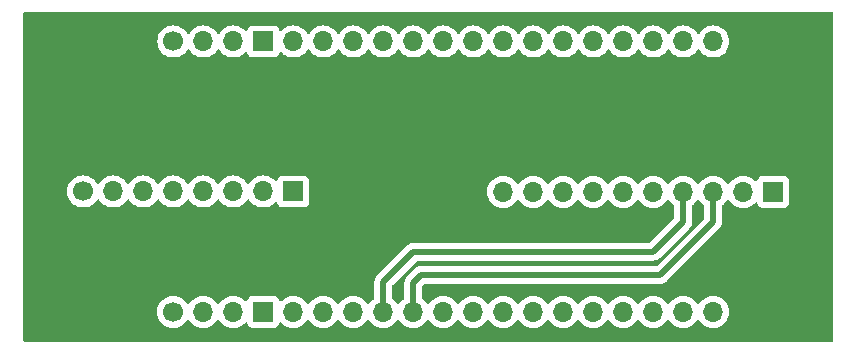
<source format=gbr>
%TF.GenerationSoftware,KiCad,Pcbnew,7.0.10*%
%TF.CreationDate,2024-01-12T02:52:17-05:00*%
%TF.ProjectId,ESP32,45535033-322e-46b6-9963-61645f706362,2*%
%TF.SameCoordinates,Original*%
%TF.FileFunction,Copper,L1,Top*%
%TF.FilePolarity,Positive*%
%FSLAX46Y46*%
G04 Gerber Fmt 4.6, Leading zero omitted, Abs format (unit mm)*
G04 Created by KiCad (PCBNEW 7.0.10) date 2024-01-12 02:52:17*
%MOMM*%
%LPD*%
G01*
G04 APERTURE LIST*
%TA.AperFunction,ComponentPad*%
%ADD10O,1.700000X1.700000*%
%TD*%
%TA.AperFunction,ComponentPad*%
%ADD11R,1.700000X1.700000*%
%TD*%
%TA.AperFunction,ComponentPad*%
%ADD12C,1.700000*%
%TD*%
%TA.AperFunction,Conductor*%
%ADD13C,0.500000*%
%TD*%
G04 APERTURE END LIST*
D10*
%TO.P,FZ_R,9*%
%TO.N,N/C*%
X152390000Y-101610000D03*
%TO.P,FZ_R,10*%
X154930000Y-101610000D03*
%TO.P,FZ_R,11*%
X157470000Y-101610000D03*
%TO.P,FZ_R,12*%
X160010000Y-101610000D03*
%TO.P,FZ_R,13*%
X162550000Y-101610000D03*
%TO.P,FZ_R,14*%
X165090000Y-101610000D03*
%TO.P,FZ_R,15*%
X167630000Y-101610000D03*
%TO.P,FZ_R,16*%
X170170000Y-101610000D03*
%TO.P,FZ_R,18*%
X172710000Y-101610000D03*
D11*
%TO.P,FZ_R,19*%
X175250000Y-101610000D03*
%TD*%
D12*
%TO.P,Bottom,1*%
%TO.N,N/C*%
X124450000Y-111770000D03*
D10*
%TO.P,Bottom,2*%
X126990000Y-111770000D03*
%TO.P,Bottom,3*%
X129530000Y-111770000D03*
D11*
%TO.P,Bottom,4*%
X132070000Y-111770000D03*
D10*
%TO.P,Bottom,5*%
X134610000Y-111770000D03*
%TO.P,Bottom,6*%
X137150000Y-111770000D03*
%TO.P,Bottom,7*%
X139690000Y-111770000D03*
%TO.P,Bottom,8*%
X142230000Y-111770000D03*
%TO.P,Bottom,9*%
X144770000Y-111770000D03*
%TO.P,Bottom,10*%
X147310000Y-111770000D03*
%TO.P,Bottom,11*%
X149850000Y-111770000D03*
%TO.P,Bottom,12*%
X152390000Y-111770000D03*
%TO.P,Bottom,13*%
X154930000Y-111770000D03*
%TO.P,Bottom,14*%
X157470000Y-111770000D03*
%TO.P,Bottom,15*%
X160010000Y-111770000D03*
%TO.P,Bottom,16*%
X162550000Y-111770000D03*
%TO.P,Bottom,17*%
X165090000Y-111770000D03*
%TO.P,Bottom,18*%
X167630000Y-111770000D03*
%TO.P,Bottom,19*%
X170170000Y-111770000D03*
%TD*%
D12*
%TO.P,Top,1*%
%TO.N,N/C*%
X124460000Y-88885000D03*
D10*
%TO.P,Top,2*%
X127000000Y-88885000D03*
%TO.P,Top,3*%
X129540000Y-88885000D03*
D11*
%TO.P,Top,4*%
X132080000Y-88885000D03*
D10*
%TO.P,Top,5*%
X134620000Y-88885000D03*
%TO.P,Top,6*%
X137160000Y-88885000D03*
%TO.P,Top,7*%
X139700000Y-88885000D03*
%TO.P,Top,8*%
X142240000Y-88885000D03*
%TO.P,Top,9*%
X144780000Y-88885000D03*
%TO.P,Top,10*%
X147320000Y-88885000D03*
%TO.P,Top,11*%
X149860000Y-88885000D03*
%TO.P,Top,12*%
X152400000Y-88885000D03*
%TO.P,Top,13*%
X154940000Y-88885000D03*
%TO.P,Top,14*%
X157480000Y-88885000D03*
%TO.P,Top,15*%
X160020000Y-88885000D03*
%TO.P,Top,16*%
X162560000Y-88885000D03*
%TO.P,Top,17*%
X165100000Y-88885000D03*
%TO.P,Top,18*%
X167640000Y-88885000D03*
%TO.P,Top,19*%
X170180000Y-88885000D03*
%TD*%
D12*
%TO.P,Left,1*%
%TO.N,N/C*%
X116830000Y-101585000D03*
D10*
%TO.P,Left,2*%
X119370000Y-101585000D03*
%TO.P,Left,3*%
X121910000Y-101585000D03*
%TO.P,Left,4*%
X124450000Y-101585000D03*
%TO.P,Left,5*%
X126990000Y-101585000D03*
%TO.P,Left,6*%
X129530000Y-101585000D03*
%TO.P,Left,7*%
X132070000Y-101585000D03*
D11*
%TO.P,Left,8*%
X134610000Y-101585000D03*
%TD*%
D13*
%TO.N,*%
X170170000Y-104130000D02*
X170170000Y-101610000D01*
X170180000Y-104140000D02*
X170170000Y-104130000D01*
X165676189Y-108643811D02*
X170180000Y-104140000D01*
X145421548Y-108643811D02*
X165676189Y-108643811D01*
X144770000Y-111770000D02*
X144770000Y-109295359D01*
X144770000Y-109295359D02*
X145421548Y-108643811D01*
X165100000Y-106680000D02*
X167630000Y-104150000D01*
X144780000Y-106680000D02*
X165100000Y-106680000D01*
X142230000Y-109230000D02*
X144780000Y-106680000D01*
X142230000Y-111770000D02*
X142230000Y-109230000D01*
X167630000Y-104150000D02*
X167630000Y-101610000D01*
%TD*%
%TA.AperFunction,NonConductor*%
G36*
X180282539Y-86380185D02*
G01*
X180328294Y-86432989D01*
X180339500Y-86484500D01*
X180339500Y-114175500D01*
X180319815Y-114242539D01*
X180267011Y-114288294D01*
X180215500Y-114299500D01*
X111884500Y-114299500D01*
X111817461Y-114279815D01*
X111771706Y-114227011D01*
X111760500Y-114175500D01*
X111760500Y-111770000D01*
X123094341Y-111770000D01*
X123114936Y-112005403D01*
X123114938Y-112005413D01*
X123176094Y-112233655D01*
X123176096Y-112233659D01*
X123176097Y-112233663D01*
X123180000Y-112242032D01*
X123275965Y-112447830D01*
X123275967Y-112447834D01*
X123384281Y-112602521D01*
X123411505Y-112641401D01*
X123578599Y-112808495D01*
X123675384Y-112876265D01*
X123772165Y-112944032D01*
X123772167Y-112944033D01*
X123772170Y-112944035D01*
X123986337Y-113043903D01*
X124214592Y-113105063D01*
X124391034Y-113120500D01*
X124449999Y-113125659D01*
X124450000Y-113125659D01*
X124450001Y-113125659D01*
X124508966Y-113120500D01*
X124685408Y-113105063D01*
X124913663Y-113043903D01*
X125127830Y-112944035D01*
X125321401Y-112808495D01*
X125488495Y-112641401D01*
X125618425Y-112455842D01*
X125673002Y-112412217D01*
X125742500Y-112405023D01*
X125804855Y-112436546D01*
X125821575Y-112455842D01*
X125951500Y-112641395D01*
X125951505Y-112641401D01*
X126118599Y-112808495D01*
X126215384Y-112876265D01*
X126312165Y-112944032D01*
X126312167Y-112944033D01*
X126312170Y-112944035D01*
X126526337Y-113043903D01*
X126754592Y-113105063D01*
X126931034Y-113120500D01*
X126989999Y-113125659D01*
X126990000Y-113125659D01*
X126990001Y-113125659D01*
X127048966Y-113120500D01*
X127225408Y-113105063D01*
X127453663Y-113043903D01*
X127667830Y-112944035D01*
X127861401Y-112808495D01*
X128028495Y-112641401D01*
X128158425Y-112455842D01*
X128213002Y-112412217D01*
X128282500Y-112405023D01*
X128344855Y-112436546D01*
X128361575Y-112455842D01*
X128491500Y-112641395D01*
X128491505Y-112641401D01*
X128658599Y-112808495D01*
X128755384Y-112876265D01*
X128852165Y-112944032D01*
X128852167Y-112944033D01*
X128852170Y-112944035D01*
X129066337Y-113043903D01*
X129294592Y-113105063D01*
X129471034Y-113120500D01*
X129529999Y-113125659D01*
X129530000Y-113125659D01*
X129530001Y-113125659D01*
X129588966Y-113120500D01*
X129765408Y-113105063D01*
X129993663Y-113043903D01*
X130207830Y-112944035D01*
X130401401Y-112808495D01*
X130523329Y-112686566D01*
X130584648Y-112653084D01*
X130654340Y-112658068D01*
X130710274Y-112699939D01*
X130727189Y-112730917D01*
X130776202Y-112862328D01*
X130776206Y-112862335D01*
X130862452Y-112977544D01*
X130862455Y-112977547D01*
X130977664Y-113063793D01*
X130977671Y-113063797D01*
X131112517Y-113114091D01*
X131112516Y-113114091D01*
X131119444Y-113114835D01*
X131172127Y-113120500D01*
X132967872Y-113120499D01*
X133027483Y-113114091D01*
X133162331Y-113063796D01*
X133277546Y-112977546D01*
X133363796Y-112862331D01*
X133412810Y-112730916D01*
X133454681Y-112674984D01*
X133520145Y-112650566D01*
X133588418Y-112665417D01*
X133616673Y-112686569D01*
X133738599Y-112808495D01*
X133835384Y-112876265D01*
X133932165Y-112944032D01*
X133932167Y-112944033D01*
X133932170Y-112944035D01*
X134146337Y-113043903D01*
X134374592Y-113105063D01*
X134551034Y-113120500D01*
X134609999Y-113125659D01*
X134610000Y-113125659D01*
X134610001Y-113125659D01*
X134668966Y-113120500D01*
X134845408Y-113105063D01*
X135073663Y-113043903D01*
X135287830Y-112944035D01*
X135481401Y-112808495D01*
X135648495Y-112641401D01*
X135778425Y-112455842D01*
X135833002Y-112412217D01*
X135902500Y-112405023D01*
X135964855Y-112436546D01*
X135981575Y-112455842D01*
X136111500Y-112641395D01*
X136111505Y-112641401D01*
X136278599Y-112808495D01*
X136375384Y-112876265D01*
X136472165Y-112944032D01*
X136472167Y-112944033D01*
X136472170Y-112944035D01*
X136686337Y-113043903D01*
X136914592Y-113105063D01*
X137091034Y-113120500D01*
X137149999Y-113125659D01*
X137150000Y-113125659D01*
X137150001Y-113125659D01*
X137208966Y-113120500D01*
X137385408Y-113105063D01*
X137613663Y-113043903D01*
X137827830Y-112944035D01*
X138021401Y-112808495D01*
X138188495Y-112641401D01*
X138318425Y-112455842D01*
X138373002Y-112412217D01*
X138442500Y-112405023D01*
X138504855Y-112436546D01*
X138521575Y-112455842D01*
X138651500Y-112641395D01*
X138651505Y-112641401D01*
X138818599Y-112808495D01*
X138915384Y-112876265D01*
X139012165Y-112944032D01*
X139012167Y-112944033D01*
X139012170Y-112944035D01*
X139226337Y-113043903D01*
X139454592Y-113105063D01*
X139631034Y-113120500D01*
X139689999Y-113125659D01*
X139690000Y-113125659D01*
X139690001Y-113125659D01*
X139748966Y-113120500D01*
X139925408Y-113105063D01*
X140153663Y-113043903D01*
X140367830Y-112944035D01*
X140561401Y-112808495D01*
X140728495Y-112641401D01*
X140858425Y-112455842D01*
X140913002Y-112412217D01*
X140982500Y-112405023D01*
X141044855Y-112436546D01*
X141061575Y-112455842D01*
X141191500Y-112641395D01*
X141191505Y-112641401D01*
X141358599Y-112808495D01*
X141455384Y-112876265D01*
X141552165Y-112944032D01*
X141552167Y-112944033D01*
X141552170Y-112944035D01*
X141766337Y-113043903D01*
X141994592Y-113105063D01*
X142171034Y-113120500D01*
X142229999Y-113125659D01*
X142230000Y-113125659D01*
X142230001Y-113125659D01*
X142288966Y-113120500D01*
X142465408Y-113105063D01*
X142693663Y-113043903D01*
X142907830Y-112944035D01*
X143101401Y-112808495D01*
X143268495Y-112641401D01*
X143398425Y-112455842D01*
X143453002Y-112412217D01*
X143522500Y-112405023D01*
X143584855Y-112436546D01*
X143601575Y-112455842D01*
X143731500Y-112641395D01*
X143731505Y-112641401D01*
X143898599Y-112808495D01*
X143995384Y-112876265D01*
X144092165Y-112944032D01*
X144092167Y-112944033D01*
X144092170Y-112944035D01*
X144306337Y-113043903D01*
X144534592Y-113105063D01*
X144711034Y-113120500D01*
X144769999Y-113125659D01*
X144770000Y-113125659D01*
X144770001Y-113125659D01*
X144828966Y-113120500D01*
X145005408Y-113105063D01*
X145233663Y-113043903D01*
X145447830Y-112944035D01*
X145641401Y-112808495D01*
X145808495Y-112641401D01*
X145938425Y-112455842D01*
X145993002Y-112412217D01*
X146062500Y-112405023D01*
X146124855Y-112436546D01*
X146141575Y-112455842D01*
X146271500Y-112641395D01*
X146271505Y-112641401D01*
X146438599Y-112808495D01*
X146535384Y-112876265D01*
X146632165Y-112944032D01*
X146632167Y-112944033D01*
X146632170Y-112944035D01*
X146846337Y-113043903D01*
X147074592Y-113105063D01*
X147251034Y-113120500D01*
X147309999Y-113125659D01*
X147310000Y-113125659D01*
X147310001Y-113125659D01*
X147368966Y-113120500D01*
X147545408Y-113105063D01*
X147773663Y-113043903D01*
X147987830Y-112944035D01*
X148181401Y-112808495D01*
X148348495Y-112641401D01*
X148478425Y-112455842D01*
X148533002Y-112412217D01*
X148602500Y-112405023D01*
X148664855Y-112436546D01*
X148681575Y-112455842D01*
X148811500Y-112641395D01*
X148811505Y-112641401D01*
X148978599Y-112808495D01*
X149075384Y-112876265D01*
X149172165Y-112944032D01*
X149172167Y-112944033D01*
X149172170Y-112944035D01*
X149386337Y-113043903D01*
X149614592Y-113105063D01*
X149791034Y-113120500D01*
X149849999Y-113125659D01*
X149850000Y-113125659D01*
X149850001Y-113125659D01*
X149908966Y-113120500D01*
X150085408Y-113105063D01*
X150313663Y-113043903D01*
X150527830Y-112944035D01*
X150721401Y-112808495D01*
X150888495Y-112641401D01*
X151018425Y-112455842D01*
X151073002Y-112412217D01*
X151142500Y-112405023D01*
X151204855Y-112436546D01*
X151221575Y-112455842D01*
X151351500Y-112641395D01*
X151351505Y-112641401D01*
X151518599Y-112808495D01*
X151615384Y-112876265D01*
X151712165Y-112944032D01*
X151712167Y-112944033D01*
X151712170Y-112944035D01*
X151926337Y-113043903D01*
X152154592Y-113105063D01*
X152331034Y-113120500D01*
X152389999Y-113125659D01*
X152390000Y-113125659D01*
X152390001Y-113125659D01*
X152448966Y-113120500D01*
X152625408Y-113105063D01*
X152853663Y-113043903D01*
X153067830Y-112944035D01*
X153261401Y-112808495D01*
X153428495Y-112641401D01*
X153558425Y-112455842D01*
X153613002Y-112412217D01*
X153682500Y-112405023D01*
X153744855Y-112436546D01*
X153761575Y-112455842D01*
X153891500Y-112641395D01*
X153891505Y-112641401D01*
X154058599Y-112808495D01*
X154155384Y-112876265D01*
X154252165Y-112944032D01*
X154252167Y-112944033D01*
X154252170Y-112944035D01*
X154466337Y-113043903D01*
X154694592Y-113105063D01*
X154871034Y-113120500D01*
X154929999Y-113125659D01*
X154930000Y-113125659D01*
X154930001Y-113125659D01*
X154988966Y-113120500D01*
X155165408Y-113105063D01*
X155393663Y-113043903D01*
X155607830Y-112944035D01*
X155801401Y-112808495D01*
X155968495Y-112641401D01*
X156098425Y-112455842D01*
X156153002Y-112412217D01*
X156222500Y-112405023D01*
X156284855Y-112436546D01*
X156301575Y-112455842D01*
X156431500Y-112641395D01*
X156431505Y-112641401D01*
X156598599Y-112808495D01*
X156695384Y-112876265D01*
X156792165Y-112944032D01*
X156792167Y-112944033D01*
X156792170Y-112944035D01*
X157006337Y-113043903D01*
X157234592Y-113105063D01*
X157411034Y-113120500D01*
X157469999Y-113125659D01*
X157470000Y-113125659D01*
X157470001Y-113125659D01*
X157528966Y-113120500D01*
X157705408Y-113105063D01*
X157933663Y-113043903D01*
X158147830Y-112944035D01*
X158341401Y-112808495D01*
X158508495Y-112641401D01*
X158638425Y-112455842D01*
X158693002Y-112412217D01*
X158762500Y-112405023D01*
X158824855Y-112436546D01*
X158841575Y-112455842D01*
X158971500Y-112641395D01*
X158971505Y-112641401D01*
X159138599Y-112808495D01*
X159235384Y-112876265D01*
X159332165Y-112944032D01*
X159332167Y-112944033D01*
X159332170Y-112944035D01*
X159546337Y-113043903D01*
X159774592Y-113105063D01*
X159951034Y-113120500D01*
X160009999Y-113125659D01*
X160010000Y-113125659D01*
X160010001Y-113125659D01*
X160068966Y-113120500D01*
X160245408Y-113105063D01*
X160473663Y-113043903D01*
X160687830Y-112944035D01*
X160881401Y-112808495D01*
X161048495Y-112641401D01*
X161178425Y-112455842D01*
X161233002Y-112412217D01*
X161302500Y-112405023D01*
X161364855Y-112436546D01*
X161381575Y-112455842D01*
X161511500Y-112641395D01*
X161511505Y-112641401D01*
X161678599Y-112808495D01*
X161775384Y-112876265D01*
X161872165Y-112944032D01*
X161872167Y-112944033D01*
X161872170Y-112944035D01*
X162086337Y-113043903D01*
X162314592Y-113105063D01*
X162491034Y-113120500D01*
X162549999Y-113125659D01*
X162550000Y-113125659D01*
X162550001Y-113125659D01*
X162608966Y-113120500D01*
X162785408Y-113105063D01*
X163013663Y-113043903D01*
X163227830Y-112944035D01*
X163421401Y-112808495D01*
X163588495Y-112641401D01*
X163718425Y-112455842D01*
X163773002Y-112412217D01*
X163842500Y-112405023D01*
X163904855Y-112436546D01*
X163921575Y-112455842D01*
X164051500Y-112641395D01*
X164051505Y-112641401D01*
X164218599Y-112808495D01*
X164315384Y-112876265D01*
X164412165Y-112944032D01*
X164412167Y-112944033D01*
X164412170Y-112944035D01*
X164626337Y-113043903D01*
X164854592Y-113105063D01*
X165031034Y-113120500D01*
X165089999Y-113125659D01*
X165090000Y-113125659D01*
X165090001Y-113125659D01*
X165148966Y-113120500D01*
X165325408Y-113105063D01*
X165553663Y-113043903D01*
X165767830Y-112944035D01*
X165961401Y-112808495D01*
X166128495Y-112641401D01*
X166258425Y-112455842D01*
X166313002Y-112412217D01*
X166382500Y-112405023D01*
X166444855Y-112436546D01*
X166461575Y-112455842D01*
X166591500Y-112641395D01*
X166591505Y-112641401D01*
X166758599Y-112808495D01*
X166855384Y-112876265D01*
X166952165Y-112944032D01*
X166952167Y-112944033D01*
X166952170Y-112944035D01*
X167166337Y-113043903D01*
X167394592Y-113105063D01*
X167571034Y-113120500D01*
X167629999Y-113125659D01*
X167630000Y-113125659D01*
X167630001Y-113125659D01*
X167688966Y-113120500D01*
X167865408Y-113105063D01*
X168093663Y-113043903D01*
X168307830Y-112944035D01*
X168501401Y-112808495D01*
X168668495Y-112641401D01*
X168798425Y-112455842D01*
X168853002Y-112412217D01*
X168922500Y-112405023D01*
X168984855Y-112436546D01*
X169001575Y-112455842D01*
X169131500Y-112641395D01*
X169131505Y-112641401D01*
X169298599Y-112808495D01*
X169395384Y-112876265D01*
X169492165Y-112944032D01*
X169492167Y-112944033D01*
X169492170Y-112944035D01*
X169706337Y-113043903D01*
X169934592Y-113105063D01*
X170111034Y-113120500D01*
X170169999Y-113125659D01*
X170170000Y-113125659D01*
X170170001Y-113125659D01*
X170228966Y-113120500D01*
X170405408Y-113105063D01*
X170633663Y-113043903D01*
X170847830Y-112944035D01*
X171041401Y-112808495D01*
X171208495Y-112641401D01*
X171344035Y-112447830D01*
X171443903Y-112233663D01*
X171505063Y-112005408D01*
X171525659Y-111770000D01*
X171505063Y-111534592D01*
X171443903Y-111306337D01*
X171344035Y-111092171D01*
X171338425Y-111084158D01*
X171208494Y-110898597D01*
X171041402Y-110731506D01*
X171041395Y-110731501D01*
X170847834Y-110595967D01*
X170847830Y-110595965D01*
X170818521Y-110582298D01*
X170633663Y-110496097D01*
X170633659Y-110496096D01*
X170633655Y-110496094D01*
X170405413Y-110434938D01*
X170405403Y-110434936D01*
X170170001Y-110414341D01*
X170169999Y-110414341D01*
X169934596Y-110434936D01*
X169934586Y-110434938D01*
X169706344Y-110496094D01*
X169706335Y-110496098D01*
X169492171Y-110595964D01*
X169492169Y-110595965D01*
X169298597Y-110731505D01*
X169131505Y-110898597D01*
X169001575Y-111084158D01*
X168946998Y-111127783D01*
X168877500Y-111134977D01*
X168815145Y-111103454D01*
X168798425Y-111084158D01*
X168668494Y-110898597D01*
X168501402Y-110731506D01*
X168501395Y-110731501D01*
X168307834Y-110595967D01*
X168307830Y-110595965D01*
X168278521Y-110582298D01*
X168093663Y-110496097D01*
X168093659Y-110496096D01*
X168093655Y-110496094D01*
X167865413Y-110434938D01*
X167865403Y-110434936D01*
X167630001Y-110414341D01*
X167629999Y-110414341D01*
X167394596Y-110434936D01*
X167394586Y-110434938D01*
X167166344Y-110496094D01*
X167166335Y-110496098D01*
X166952171Y-110595964D01*
X166952169Y-110595965D01*
X166758597Y-110731505D01*
X166591505Y-110898597D01*
X166461575Y-111084158D01*
X166406998Y-111127783D01*
X166337500Y-111134977D01*
X166275145Y-111103454D01*
X166258425Y-111084158D01*
X166128494Y-110898597D01*
X165961402Y-110731506D01*
X165961395Y-110731501D01*
X165767834Y-110595967D01*
X165767830Y-110595965D01*
X165738521Y-110582298D01*
X165553663Y-110496097D01*
X165553659Y-110496096D01*
X165553655Y-110496094D01*
X165325413Y-110434938D01*
X165325403Y-110434936D01*
X165090001Y-110414341D01*
X165089999Y-110414341D01*
X164854596Y-110434936D01*
X164854586Y-110434938D01*
X164626344Y-110496094D01*
X164626335Y-110496098D01*
X164412171Y-110595964D01*
X164412169Y-110595965D01*
X164218597Y-110731505D01*
X164051505Y-110898597D01*
X163921575Y-111084158D01*
X163866998Y-111127783D01*
X163797500Y-111134977D01*
X163735145Y-111103454D01*
X163718425Y-111084158D01*
X163588494Y-110898597D01*
X163421402Y-110731506D01*
X163421395Y-110731501D01*
X163227834Y-110595967D01*
X163227830Y-110595965D01*
X163198521Y-110582298D01*
X163013663Y-110496097D01*
X163013659Y-110496096D01*
X163013655Y-110496094D01*
X162785413Y-110434938D01*
X162785403Y-110434936D01*
X162550001Y-110414341D01*
X162549999Y-110414341D01*
X162314596Y-110434936D01*
X162314586Y-110434938D01*
X162086344Y-110496094D01*
X162086335Y-110496098D01*
X161872171Y-110595964D01*
X161872169Y-110595965D01*
X161678597Y-110731505D01*
X161511505Y-110898597D01*
X161381575Y-111084158D01*
X161326998Y-111127783D01*
X161257500Y-111134977D01*
X161195145Y-111103454D01*
X161178425Y-111084158D01*
X161048494Y-110898597D01*
X160881402Y-110731506D01*
X160881395Y-110731501D01*
X160687834Y-110595967D01*
X160687830Y-110595965D01*
X160658521Y-110582298D01*
X160473663Y-110496097D01*
X160473659Y-110496096D01*
X160473655Y-110496094D01*
X160245413Y-110434938D01*
X160245403Y-110434936D01*
X160010001Y-110414341D01*
X160009999Y-110414341D01*
X159774596Y-110434936D01*
X159774586Y-110434938D01*
X159546344Y-110496094D01*
X159546335Y-110496098D01*
X159332171Y-110595964D01*
X159332169Y-110595965D01*
X159138597Y-110731505D01*
X158971505Y-110898597D01*
X158841575Y-111084158D01*
X158786998Y-111127783D01*
X158717500Y-111134977D01*
X158655145Y-111103454D01*
X158638425Y-111084158D01*
X158508494Y-110898597D01*
X158341402Y-110731506D01*
X158341395Y-110731501D01*
X158147834Y-110595967D01*
X158147830Y-110595965D01*
X158118521Y-110582298D01*
X157933663Y-110496097D01*
X157933659Y-110496096D01*
X157933655Y-110496094D01*
X157705413Y-110434938D01*
X157705403Y-110434936D01*
X157470001Y-110414341D01*
X157469999Y-110414341D01*
X157234596Y-110434936D01*
X157234586Y-110434938D01*
X157006344Y-110496094D01*
X157006335Y-110496098D01*
X156792171Y-110595964D01*
X156792169Y-110595965D01*
X156598597Y-110731505D01*
X156431505Y-110898597D01*
X156301575Y-111084158D01*
X156246998Y-111127783D01*
X156177500Y-111134977D01*
X156115145Y-111103454D01*
X156098425Y-111084158D01*
X155968494Y-110898597D01*
X155801402Y-110731506D01*
X155801395Y-110731501D01*
X155607834Y-110595967D01*
X155607830Y-110595965D01*
X155578521Y-110582298D01*
X155393663Y-110496097D01*
X155393659Y-110496096D01*
X155393655Y-110496094D01*
X155165413Y-110434938D01*
X155165403Y-110434936D01*
X154930001Y-110414341D01*
X154929999Y-110414341D01*
X154694596Y-110434936D01*
X154694586Y-110434938D01*
X154466344Y-110496094D01*
X154466335Y-110496098D01*
X154252171Y-110595964D01*
X154252169Y-110595965D01*
X154058597Y-110731505D01*
X153891505Y-110898597D01*
X153761575Y-111084158D01*
X153706998Y-111127783D01*
X153637500Y-111134977D01*
X153575145Y-111103454D01*
X153558425Y-111084158D01*
X153428494Y-110898597D01*
X153261402Y-110731506D01*
X153261395Y-110731501D01*
X153067834Y-110595967D01*
X153067830Y-110595965D01*
X153038521Y-110582298D01*
X152853663Y-110496097D01*
X152853659Y-110496096D01*
X152853655Y-110496094D01*
X152625413Y-110434938D01*
X152625403Y-110434936D01*
X152390001Y-110414341D01*
X152389999Y-110414341D01*
X152154596Y-110434936D01*
X152154586Y-110434938D01*
X151926344Y-110496094D01*
X151926335Y-110496098D01*
X151712171Y-110595964D01*
X151712169Y-110595965D01*
X151518597Y-110731505D01*
X151351505Y-110898597D01*
X151221575Y-111084158D01*
X151166998Y-111127783D01*
X151097500Y-111134977D01*
X151035145Y-111103454D01*
X151018425Y-111084158D01*
X150888494Y-110898597D01*
X150721402Y-110731506D01*
X150721395Y-110731501D01*
X150527834Y-110595967D01*
X150527830Y-110595965D01*
X150498521Y-110582298D01*
X150313663Y-110496097D01*
X150313659Y-110496096D01*
X150313655Y-110496094D01*
X150085413Y-110434938D01*
X150085403Y-110434936D01*
X149850001Y-110414341D01*
X149849999Y-110414341D01*
X149614596Y-110434936D01*
X149614586Y-110434938D01*
X149386344Y-110496094D01*
X149386335Y-110496098D01*
X149172171Y-110595964D01*
X149172169Y-110595965D01*
X148978597Y-110731505D01*
X148811505Y-110898597D01*
X148681575Y-111084158D01*
X148626998Y-111127783D01*
X148557500Y-111134977D01*
X148495145Y-111103454D01*
X148478425Y-111084158D01*
X148348494Y-110898597D01*
X148181402Y-110731506D01*
X148181395Y-110731501D01*
X147987834Y-110595967D01*
X147987830Y-110595965D01*
X147958521Y-110582298D01*
X147773663Y-110496097D01*
X147773659Y-110496096D01*
X147773655Y-110496094D01*
X147545413Y-110434938D01*
X147545403Y-110434936D01*
X147310001Y-110414341D01*
X147309999Y-110414341D01*
X147074596Y-110434936D01*
X147074586Y-110434938D01*
X146846344Y-110496094D01*
X146846335Y-110496098D01*
X146632171Y-110595964D01*
X146632169Y-110595965D01*
X146438597Y-110731505D01*
X146271505Y-110898597D01*
X146141575Y-111084158D01*
X146086998Y-111127783D01*
X146017500Y-111134977D01*
X145955145Y-111103454D01*
X145938425Y-111084158D01*
X145808494Y-110898597D01*
X145641404Y-110731507D01*
X145573375Y-110683872D01*
X145529751Y-110629294D01*
X145520500Y-110582298D01*
X145520500Y-109657589D01*
X145540185Y-109590550D01*
X145556819Y-109569908D01*
X145696097Y-109430630D01*
X145757420Y-109397145D01*
X145783778Y-109394311D01*
X165612484Y-109394311D01*
X165630454Y-109395620D01*
X165654212Y-109399100D01*
X165703558Y-109394782D01*
X165714365Y-109394311D01*
X165719893Y-109394311D01*
X165719898Y-109394311D01*
X165750745Y-109390704D01*
X165754219Y-109390350D01*
X165828986Y-109383810D01*
X165828994Y-109383807D01*
X165836055Y-109382350D01*
X165836067Y-109382409D01*
X165843432Y-109380776D01*
X165843418Y-109380717D01*
X165850438Y-109379052D01*
X165850444Y-109379052D01*
X165920968Y-109353383D01*
X165924306Y-109352223D01*
X165995523Y-109328625D01*
X165995531Y-109328619D01*
X166002071Y-109325571D01*
X166002097Y-109325627D01*
X166008879Y-109322343D01*
X166008852Y-109322289D01*
X166015302Y-109319049D01*
X166015306Y-109319048D01*
X166078026Y-109277795D01*
X166080921Y-109275951D01*
X166144845Y-109236523D01*
X166144851Y-109236516D01*
X166150514Y-109232040D01*
X166150551Y-109232088D01*
X166156393Y-109227329D01*
X166156353Y-109227282D01*
X166161875Y-109222646D01*
X166161885Y-109222641D01*
X166213374Y-109168064D01*
X166215821Y-109165545D01*
X170692696Y-104688669D01*
X170697906Y-104683753D01*
X170744459Y-104642326D01*
X170780204Y-104591274D01*
X170784472Y-104585542D01*
X170823111Y-104536677D01*
X170827851Y-104526510D01*
X170838656Y-104507796D01*
X170845088Y-104498612D01*
X170868082Y-104440729D01*
X170870925Y-104434137D01*
X170897257Y-104377672D01*
X170899523Y-104366694D01*
X170905726Y-104345976D01*
X170909862Y-104335567D01*
X170918890Y-104273924D01*
X170920128Y-104266899D01*
X170932734Y-104205855D01*
X170932408Y-104194652D01*
X170933664Y-104173071D01*
X170935289Y-104161975D01*
X170929862Y-104099958D01*
X170929442Y-104092753D01*
X170927631Y-104030487D01*
X170926442Y-104026051D01*
X170924727Y-104019647D01*
X170920930Y-103997853D01*
X170920928Y-103997829D01*
X170920500Y-103987531D01*
X170920500Y-102797700D01*
X170940185Y-102730661D01*
X170973375Y-102696126D01*
X171041401Y-102648495D01*
X171208495Y-102481401D01*
X171338425Y-102295842D01*
X171393002Y-102252217D01*
X171462500Y-102245023D01*
X171524855Y-102276546D01*
X171541575Y-102295842D01*
X171671500Y-102481395D01*
X171671505Y-102481401D01*
X171838599Y-102648495D01*
X171935384Y-102716265D01*
X172032165Y-102784032D01*
X172032167Y-102784033D01*
X172032170Y-102784035D01*
X172246337Y-102883903D01*
X172474592Y-102945063D01*
X172651034Y-102960500D01*
X172709999Y-102965659D01*
X172710000Y-102965659D01*
X172710001Y-102965659D01*
X172768966Y-102960500D01*
X172945408Y-102945063D01*
X173173663Y-102883903D01*
X173387830Y-102784035D01*
X173581401Y-102648495D01*
X173703329Y-102526566D01*
X173764648Y-102493084D01*
X173834340Y-102498068D01*
X173890274Y-102539939D01*
X173907189Y-102570917D01*
X173956202Y-102702328D01*
X173956206Y-102702335D01*
X174042452Y-102817544D01*
X174042455Y-102817547D01*
X174157664Y-102903793D01*
X174157671Y-102903797D01*
X174292517Y-102954091D01*
X174292516Y-102954091D01*
X174299444Y-102954835D01*
X174352127Y-102960500D01*
X176147872Y-102960499D01*
X176207483Y-102954091D01*
X176342331Y-102903796D01*
X176457546Y-102817546D01*
X176543796Y-102702331D01*
X176594091Y-102567483D01*
X176600500Y-102507873D01*
X176600499Y-100712128D01*
X176594091Y-100652517D01*
X176592810Y-100649083D01*
X176543797Y-100517671D01*
X176543793Y-100517664D01*
X176457547Y-100402455D01*
X176457544Y-100402452D01*
X176342335Y-100316206D01*
X176342328Y-100316202D01*
X176207482Y-100265908D01*
X176207483Y-100265908D01*
X176147883Y-100259501D01*
X176147881Y-100259500D01*
X176147873Y-100259500D01*
X176147864Y-100259500D01*
X174352129Y-100259500D01*
X174352123Y-100259501D01*
X174292516Y-100265908D01*
X174157671Y-100316202D01*
X174157664Y-100316206D01*
X174042455Y-100402452D01*
X174042452Y-100402455D01*
X173956206Y-100517664D01*
X173956203Y-100517669D01*
X173907189Y-100649083D01*
X173865317Y-100705016D01*
X173799853Y-100729433D01*
X173731580Y-100714581D01*
X173703326Y-100693430D01*
X173581402Y-100571506D01*
X173581395Y-100571501D01*
X173387834Y-100435967D01*
X173387830Y-100435965D01*
X173387828Y-100435964D01*
X173173663Y-100336097D01*
X173173659Y-100336096D01*
X173173655Y-100336094D01*
X172945413Y-100274938D01*
X172945403Y-100274936D01*
X172710001Y-100254341D01*
X172709999Y-100254341D01*
X172474596Y-100274936D01*
X172474586Y-100274938D01*
X172246344Y-100336094D01*
X172246335Y-100336098D01*
X172032171Y-100435964D01*
X172032169Y-100435965D01*
X171838597Y-100571505D01*
X171671505Y-100738597D01*
X171541575Y-100924158D01*
X171486998Y-100967783D01*
X171417500Y-100974977D01*
X171355145Y-100943454D01*
X171338425Y-100924158D01*
X171208494Y-100738597D01*
X171041402Y-100571506D01*
X171041395Y-100571501D01*
X170847834Y-100435967D01*
X170847830Y-100435965D01*
X170847828Y-100435964D01*
X170633663Y-100336097D01*
X170633659Y-100336096D01*
X170633655Y-100336094D01*
X170405413Y-100274938D01*
X170405403Y-100274936D01*
X170170001Y-100254341D01*
X170169999Y-100254341D01*
X169934596Y-100274936D01*
X169934586Y-100274938D01*
X169706344Y-100336094D01*
X169706335Y-100336098D01*
X169492171Y-100435964D01*
X169492169Y-100435965D01*
X169298597Y-100571505D01*
X169131505Y-100738597D01*
X169001575Y-100924158D01*
X168946998Y-100967783D01*
X168877500Y-100974977D01*
X168815145Y-100943454D01*
X168798425Y-100924158D01*
X168668494Y-100738597D01*
X168501402Y-100571506D01*
X168501395Y-100571501D01*
X168307834Y-100435967D01*
X168307830Y-100435965D01*
X168307828Y-100435964D01*
X168093663Y-100336097D01*
X168093659Y-100336096D01*
X168093655Y-100336094D01*
X167865413Y-100274938D01*
X167865403Y-100274936D01*
X167630001Y-100254341D01*
X167629999Y-100254341D01*
X167394596Y-100274936D01*
X167394586Y-100274938D01*
X167166344Y-100336094D01*
X167166335Y-100336098D01*
X166952171Y-100435964D01*
X166952169Y-100435965D01*
X166758597Y-100571505D01*
X166591505Y-100738597D01*
X166461575Y-100924158D01*
X166406998Y-100967783D01*
X166337500Y-100974977D01*
X166275145Y-100943454D01*
X166258425Y-100924158D01*
X166128494Y-100738597D01*
X165961402Y-100571506D01*
X165961395Y-100571501D01*
X165767834Y-100435967D01*
X165767830Y-100435965D01*
X165767828Y-100435964D01*
X165553663Y-100336097D01*
X165553659Y-100336096D01*
X165553655Y-100336094D01*
X165325413Y-100274938D01*
X165325403Y-100274936D01*
X165090001Y-100254341D01*
X165089999Y-100254341D01*
X164854596Y-100274936D01*
X164854586Y-100274938D01*
X164626344Y-100336094D01*
X164626335Y-100336098D01*
X164412171Y-100435964D01*
X164412169Y-100435965D01*
X164218597Y-100571505D01*
X164051505Y-100738597D01*
X163921575Y-100924158D01*
X163866998Y-100967783D01*
X163797500Y-100974977D01*
X163735145Y-100943454D01*
X163718425Y-100924158D01*
X163588494Y-100738597D01*
X163421402Y-100571506D01*
X163421395Y-100571501D01*
X163227834Y-100435967D01*
X163227830Y-100435965D01*
X163227828Y-100435964D01*
X163013663Y-100336097D01*
X163013659Y-100336096D01*
X163013655Y-100336094D01*
X162785413Y-100274938D01*
X162785403Y-100274936D01*
X162550001Y-100254341D01*
X162549999Y-100254341D01*
X162314596Y-100274936D01*
X162314586Y-100274938D01*
X162086344Y-100336094D01*
X162086335Y-100336098D01*
X161872171Y-100435964D01*
X161872169Y-100435965D01*
X161678597Y-100571505D01*
X161511505Y-100738597D01*
X161381575Y-100924158D01*
X161326998Y-100967783D01*
X161257500Y-100974977D01*
X161195145Y-100943454D01*
X161178425Y-100924158D01*
X161048494Y-100738597D01*
X160881402Y-100571506D01*
X160881395Y-100571501D01*
X160687834Y-100435967D01*
X160687830Y-100435965D01*
X160687828Y-100435964D01*
X160473663Y-100336097D01*
X160473659Y-100336096D01*
X160473655Y-100336094D01*
X160245413Y-100274938D01*
X160245403Y-100274936D01*
X160010001Y-100254341D01*
X160009999Y-100254341D01*
X159774596Y-100274936D01*
X159774586Y-100274938D01*
X159546344Y-100336094D01*
X159546335Y-100336098D01*
X159332171Y-100435964D01*
X159332169Y-100435965D01*
X159138597Y-100571505D01*
X158971505Y-100738597D01*
X158841575Y-100924158D01*
X158786998Y-100967783D01*
X158717500Y-100974977D01*
X158655145Y-100943454D01*
X158638425Y-100924158D01*
X158508494Y-100738597D01*
X158341402Y-100571506D01*
X158341395Y-100571501D01*
X158147834Y-100435967D01*
X158147830Y-100435965D01*
X158147828Y-100435964D01*
X157933663Y-100336097D01*
X157933659Y-100336096D01*
X157933655Y-100336094D01*
X157705413Y-100274938D01*
X157705403Y-100274936D01*
X157470001Y-100254341D01*
X157469999Y-100254341D01*
X157234596Y-100274936D01*
X157234586Y-100274938D01*
X157006344Y-100336094D01*
X157006335Y-100336098D01*
X156792171Y-100435964D01*
X156792169Y-100435965D01*
X156598597Y-100571505D01*
X156431505Y-100738597D01*
X156301575Y-100924158D01*
X156246998Y-100967783D01*
X156177500Y-100974977D01*
X156115145Y-100943454D01*
X156098425Y-100924158D01*
X155968494Y-100738597D01*
X155801402Y-100571506D01*
X155801395Y-100571501D01*
X155607834Y-100435967D01*
X155607830Y-100435965D01*
X155607828Y-100435964D01*
X155393663Y-100336097D01*
X155393659Y-100336096D01*
X155393655Y-100336094D01*
X155165413Y-100274938D01*
X155165403Y-100274936D01*
X154930001Y-100254341D01*
X154929999Y-100254341D01*
X154694596Y-100274936D01*
X154694586Y-100274938D01*
X154466344Y-100336094D01*
X154466335Y-100336098D01*
X154252171Y-100435964D01*
X154252169Y-100435965D01*
X154058597Y-100571505D01*
X153891505Y-100738597D01*
X153761575Y-100924158D01*
X153706998Y-100967783D01*
X153637500Y-100974977D01*
X153575145Y-100943454D01*
X153558425Y-100924158D01*
X153428494Y-100738597D01*
X153261402Y-100571506D01*
X153261395Y-100571501D01*
X153067834Y-100435967D01*
X153067830Y-100435965D01*
X153067828Y-100435964D01*
X152853663Y-100336097D01*
X152853659Y-100336096D01*
X152853655Y-100336094D01*
X152625413Y-100274938D01*
X152625403Y-100274936D01*
X152390001Y-100254341D01*
X152389999Y-100254341D01*
X152154596Y-100274936D01*
X152154586Y-100274938D01*
X151926344Y-100336094D01*
X151926335Y-100336098D01*
X151712171Y-100435964D01*
X151712169Y-100435965D01*
X151518597Y-100571505D01*
X151351505Y-100738597D01*
X151215965Y-100932169D01*
X151215964Y-100932171D01*
X151116098Y-101146335D01*
X151116094Y-101146344D01*
X151054938Y-101374586D01*
X151054936Y-101374596D01*
X151034341Y-101609999D01*
X151034341Y-101610000D01*
X151054936Y-101845403D01*
X151054938Y-101845413D01*
X151116094Y-102073655D01*
X151116096Y-102073659D01*
X151116097Y-102073663D01*
X151199358Y-102252217D01*
X151215965Y-102287830D01*
X151215967Y-102287834D01*
X151324281Y-102442521D01*
X151351505Y-102481401D01*
X151518599Y-102648495D01*
X151615384Y-102716265D01*
X151712165Y-102784032D01*
X151712167Y-102784033D01*
X151712170Y-102784035D01*
X151926337Y-102883903D01*
X152154592Y-102945063D01*
X152331034Y-102960500D01*
X152389999Y-102965659D01*
X152390000Y-102965659D01*
X152390001Y-102965659D01*
X152448966Y-102960500D01*
X152625408Y-102945063D01*
X152853663Y-102883903D01*
X153067830Y-102784035D01*
X153261401Y-102648495D01*
X153428495Y-102481401D01*
X153558425Y-102295842D01*
X153613002Y-102252217D01*
X153682500Y-102245023D01*
X153744855Y-102276546D01*
X153761575Y-102295842D01*
X153891500Y-102481395D01*
X153891505Y-102481401D01*
X154058599Y-102648495D01*
X154155384Y-102716265D01*
X154252165Y-102784032D01*
X154252167Y-102784033D01*
X154252170Y-102784035D01*
X154466337Y-102883903D01*
X154694592Y-102945063D01*
X154871034Y-102960500D01*
X154929999Y-102965659D01*
X154930000Y-102965659D01*
X154930001Y-102965659D01*
X154988966Y-102960500D01*
X155165408Y-102945063D01*
X155393663Y-102883903D01*
X155607830Y-102784035D01*
X155801401Y-102648495D01*
X155968495Y-102481401D01*
X156098425Y-102295842D01*
X156153002Y-102252217D01*
X156222500Y-102245023D01*
X156284855Y-102276546D01*
X156301575Y-102295842D01*
X156431500Y-102481395D01*
X156431505Y-102481401D01*
X156598599Y-102648495D01*
X156695384Y-102716265D01*
X156792165Y-102784032D01*
X156792167Y-102784033D01*
X156792170Y-102784035D01*
X157006337Y-102883903D01*
X157234592Y-102945063D01*
X157411034Y-102960500D01*
X157469999Y-102965659D01*
X157470000Y-102965659D01*
X157470001Y-102965659D01*
X157528966Y-102960500D01*
X157705408Y-102945063D01*
X157933663Y-102883903D01*
X158147830Y-102784035D01*
X158341401Y-102648495D01*
X158508495Y-102481401D01*
X158638425Y-102295842D01*
X158693002Y-102252217D01*
X158762500Y-102245023D01*
X158824855Y-102276546D01*
X158841575Y-102295842D01*
X158971500Y-102481395D01*
X158971505Y-102481401D01*
X159138599Y-102648495D01*
X159235384Y-102716265D01*
X159332165Y-102784032D01*
X159332167Y-102784033D01*
X159332170Y-102784035D01*
X159546337Y-102883903D01*
X159774592Y-102945063D01*
X159951034Y-102960500D01*
X160009999Y-102965659D01*
X160010000Y-102965659D01*
X160010001Y-102965659D01*
X160068966Y-102960500D01*
X160245408Y-102945063D01*
X160473663Y-102883903D01*
X160687830Y-102784035D01*
X160881401Y-102648495D01*
X161048495Y-102481401D01*
X161178425Y-102295842D01*
X161233002Y-102252217D01*
X161302500Y-102245023D01*
X161364855Y-102276546D01*
X161381575Y-102295842D01*
X161511500Y-102481395D01*
X161511505Y-102481401D01*
X161678599Y-102648495D01*
X161775384Y-102716265D01*
X161872165Y-102784032D01*
X161872167Y-102784033D01*
X161872170Y-102784035D01*
X162086337Y-102883903D01*
X162314592Y-102945063D01*
X162491034Y-102960500D01*
X162549999Y-102965659D01*
X162550000Y-102965659D01*
X162550001Y-102965659D01*
X162608966Y-102960500D01*
X162785408Y-102945063D01*
X163013663Y-102883903D01*
X163227830Y-102784035D01*
X163421401Y-102648495D01*
X163588495Y-102481401D01*
X163718425Y-102295842D01*
X163773002Y-102252217D01*
X163842500Y-102245023D01*
X163904855Y-102276546D01*
X163921575Y-102295842D01*
X164051500Y-102481395D01*
X164051505Y-102481401D01*
X164218599Y-102648495D01*
X164315384Y-102716265D01*
X164412165Y-102784032D01*
X164412167Y-102784033D01*
X164412170Y-102784035D01*
X164626337Y-102883903D01*
X164854592Y-102945063D01*
X165031034Y-102960500D01*
X165089999Y-102965659D01*
X165090000Y-102965659D01*
X165090001Y-102965659D01*
X165148966Y-102960500D01*
X165325408Y-102945063D01*
X165553663Y-102883903D01*
X165767830Y-102784035D01*
X165961401Y-102648495D01*
X166128495Y-102481401D01*
X166258425Y-102295842D01*
X166313002Y-102252217D01*
X166382500Y-102245023D01*
X166444855Y-102276546D01*
X166461575Y-102295842D01*
X166591501Y-102481396D01*
X166591506Y-102481402D01*
X166758595Y-102648492D01*
X166758598Y-102648494D01*
X166758599Y-102648495D01*
X166826623Y-102696125D01*
X166870248Y-102750701D01*
X166879500Y-102797700D01*
X166879500Y-103787770D01*
X166859815Y-103854809D01*
X166843181Y-103875451D01*
X164825451Y-105893181D01*
X164764128Y-105926666D01*
X164737770Y-105929500D01*
X144843705Y-105929500D01*
X144825735Y-105928191D01*
X144801972Y-105924710D01*
X144754843Y-105928834D01*
X144752630Y-105929028D01*
X144741824Y-105929500D01*
X144736284Y-105929500D01*
X144705501Y-105933098D01*
X144701916Y-105933464D01*
X144627199Y-105940001D01*
X144620132Y-105941460D01*
X144620120Y-105941404D01*
X144612763Y-105943035D01*
X144612777Y-105943092D01*
X144605740Y-105944760D01*
X144535231Y-105970421D01*
X144531854Y-105971595D01*
X144492848Y-105984521D01*
X144460668Y-105995185D01*
X144454126Y-105998236D01*
X144454101Y-105998183D01*
X144447308Y-106001471D01*
X144447334Y-106001523D01*
X144440880Y-106004764D01*
X144378221Y-106045975D01*
X144375181Y-106047912D01*
X144311348Y-106087285D01*
X144305683Y-106091765D01*
X144305647Y-106091719D01*
X144299798Y-106096484D01*
X144299835Y-106096528D01*
X144294310Y-106101164D01*
X144242832Y-106155726D01*
X144240320Y-106158311D01*
X141744358Y-108654272D01*
X141730729Y-108666051D01*
X141711469Y-108680390D01*
X141679632Y-108718331D01*
X141672346Y-108726284D01*
X141668407Y-108730224D01*
X141649176Y-108754545D01*
X141646902Y-108757337D01*
X141598694Y-108814790D01*
X141594729Y-108820819D01*
X141594682Y-108820788D01*
X141590630Y-108827147D01*
X141590679Y-108827177D01*
X141586889Y-108833321D01*
X141555192Y-108901294D01*
X141553623Y-108904536D01*
X141519957Y-108971572D01*
X141517488Y-108978357D01*
X141517432Y-108978336D01*
X141514960Y-108985450D01*
X141515015Y-108985469D01*
X141512743Y-108992325D01*
X141497573Y-109065788D01*
X141496793Y-109069304D01*
X141479499Y-109142279D01*
X141478661Y-109149454D01*
X141478601Y-109149447D01*
X141477835Y-109156945D01*
X141477895Y-109156951D01*
X141477265Y-109164140D01*
X141479448Y-109239128D01*
X141479500Y-109242735D01*
X141479500Y-110582298D01*
X141459815Y-110649337D01*
X141426625Y-110683872D01*
X141358595Y-110731507D01*
X141191505Y-110898597D01*
X141061575Y-111084158D01*
X141006998Y-111127783D01*
X140937500Y-111134977D01*
X140875145Y-111103454D01*
X140858425Y-111084158D01*
X140728494Y-110898597D01*
X140561402Y-110731506D01*
X140561395Y-110731501D01*
X140367834Y-110595967D01*
X140367830Y-110595965D01*
X140338521Y-110582298D01*
X140153663Y-110496097D01*
X140153659Y-110496096D01*
X140153655Y-110496094D01*
X139925413Y-110434938D01*
X139925403Y-110434936D01*
X139690001Y-110414341D01*
X139689999Y-110414341D01*
X139454596Y-110434936D01*
X139454586Y-110434938D01*
X139226344Y-110496094D01*
X139226335Y-110496098D01*
X139012171Y-110595964D01*
X139012169Y-110595965D01*
X138818597Y-110731505D01*
X138651505Y-110898597D01*
X138521575Y-111084158D01*
X138466998Y-111127783D01*
X138397500Y-111134977D01*
X138335145Y-111103454D01*
X138318425Y-111084158D01*
X138188494Y-110898597D01*
X138021402Y-110731506D01*
X138021395Y-110731501D01*
X137827834Y-110595967D01*
X137827830Y-110595965D01*
X137798521Y-110582298D01*
X137613663Y-110496097D01*
X137613659Y-110496096D01*
X137613655Y-110496094D01*
X137385413Y-110434938D01*
X137385403Y-110434936D01*
X137150001Y-110414341D01*
X137149999Y-110414341D01*
X136914596Y-110434936D01*
X136914586Y-110434938D01*
X136686344Y-110496094D01*
X136686335Y-110496098D01*
X136472171Y-110595964D01*
X136472169Y-110595965D01*
X136278597Y-110731505D01*
X136111505Y-110898597D01*
X135981575Y-111084158D01*
X135926998Y-111127783D01*
X135857500Y-111134977D01*
X135795145Y-111103454D01*
X135778425Y-111084158D01*
X135648494Y-110898597D01*
X135481402Y-110731506D01*
X135481395Y-110731501D01*
X135287834Y-110595967D01*
X135287830Y-110595965D01*
X135258521Y-110582298D01*
X135073663Y-110496097D01*
X135073659Y-110496096D01*
X135073655Y-110496094D01*
X134845413Y-110434938D01*
X134845403Y-110434936D01*
X134610001Y-110414341D01*
X134609999Y-110414341D01*
X134374596Y-110434936D01*
X134374586Y-110434938D01*
X134146344Y-110496094D01*
X134146335Y-110496098D01*
X133932171Y-110595964D01*
X133932169Y-110595965D01*
X133738600Y-110731503D01*
X133616673Y-110853430D01*
X133555350Y-110886914D01*
X133485658Y-110881930D01*
X133429725Y-110840058D01*
X133412810Y-110809081D01*
X133363797Y-110677671D01*
X133363793Y-110677664D01*
X133277547Y-110562455D01*
X133277544Y-110562452D01*
X133162335Y-110476206D01*
X133162328Y-110476202D01*
X133027482Y-110425908D01*
X133027483Y-110425908D01*
X132967883Y-110419501D01*
X132967881Y-110419500D01*
X132967873Y-110419500D01*
X132967864Y-110419500D01*
X131172129Y-110419500D01*
X131172123Y-110419501D01*
X131112516Y-110425908D01*
X130977671Y-110476202D01*
X130977664Y-110476206D01*
X130862455Y-110562452D01*
X130862452Y-110562455D01*
X130776206Y-110677664D01*
X130776203Y-110677669D01*
X130727189Y-110809083D01*
X130685317Y-110865016D01*
X130619853Y-110889433D01*
X130551580Y-110874581D01*
X130523326Y-110853430D01*
X130401402Y-110731506D01*
X130401395Y-110731501D01*
X130207834Y-110595967D01*
X130207830Y-110595965D01*
X130178521Y-110582298D01*
X129993663Y-110496097D01*
X129993659Y-110496096D01*
X129993655Y-110496094D01*
X129765413Y-110434938D01*
X129765403Y-110434936D01*
X129530001Y-110414341D01*
X129529999Y-110414341D01*
X129294596Y-110434936D01*
X129294586Y-110434938D01*
X129066344Y-110496094D01*
X129066335Y-110496098D01*
X128852171Y-110595964D01*
X128852169Y-110595965D01*
X128658597Y-110731505D01*
X128491505Y-110898597D01*
X128361575Y-111084158D01*
X128306998Y-111127783D01*
X128237500Y-111134977D01*
X128175145Y-111103454D01*
X128158425Y-111084158D01*
X128028494Y-110898597D01*
X127861402Y-110731506D01*
X127861395Y-110731501D01*
X127667834Y-110595967D01*
X127667830Y-110595965D01*
X127638521Y-110582298D01*
X127453663Y-110496097D01*
X127453659Y-110496096D01*
X127453655Y-110496094D01*
X127225413Y-110434938D01*
X127225403Y-110434936D01*
X126990001Y-110414341D01*
X126989999Y-110414341D01*
X126754596Y-110434936D01*
X126754586Y-110434938D01*
X126526344Y-110496094D01*
X126526335Y-110496098D01*
X126312171Y-110595964D01*
X126312169Y-110595965D01*
X126118597Y-110731505D01*
X125951505Y-110898597D01*
X125821575Y-111084158D01*
X125766998Y-111127783D01*
X125697500Y-111134977D01*
X125635145Y-111103454D01*
X125618425Y-111084158D01*
X125488494Y-110898597D01*
X125321402Y-110731506D01*
X125321395Y-110731501D01*
X125127834Y-110595967D01*
X125127830Y-110595965D01*
X125098521Y-110582298D01*
X124913663Y-110496097D01*
X124913659Y-110496096D01*
X124913655Y-110496094D01*
X124685413Y-110434938D01*
X124685403Y-110434936D01*
X124450001Y-110414341D01*
X124449999Y-110414341D01*
X124214596Y-110434936D01*
X124214586Y-110434938D01*
X123986344Y-110496094D01*
X123986335Y-110496098D01*
X123772171Y-110595964D01*
X123772169Y-110595965D01*
X123578597Y-110731505D01*
X123411505Y-110898597D01*
X123275965Y-111092169D01*
X123275964Y-111092171D01*
X123176098Y-111306335D01*
X123176094Y-111306344D01*
X123114938Y-111534586D01*
X123114936Y-111534596D01*
X123094341Y-111769999D01*
X123094341Y-111770000D01*
X111760500Y-111770000D01*
X111760500Y-101585000D01*
X115474341Y-101585000D01*
X115494936Y-101820403D01*
X115494938Y-101820413D01*
X115556094Y-102048655D01*
X115556096Y-102048659D01*
X115556097Y-102048663D01*
X115636004Y-102220023D01*
X115655965Y-102262830D01*
X115655967Y-102262834D01*
X115679080Y-102295842D01*
X115791505Y-102456401D01*
X115958599Y-102623495D01*
X116055384Y-102691265D01*
X116152165Y-102759032D01*
X116152167Y-102759033D01*
X116152170Y-102759035D01*
X116366337Y-102858903D01*
X116594592Y-102920063D01*
X116771034Y-102935500D01*
X116829999Y-102940659D01*
X116830000Y-102940659D01*
X116830001Y-102940659D01*
X116888966Y-102935500D01*
X117065408Y-102920063D01*
X117293663Y-102858903D01*
X117507830Y-102759035D01*
X117701401Y-102623495D01*
X117868495Y-102456401D01*
X117998425Y-102270842D01*
X118053002Y-102227217D01*
X118122500Y-102220023D01*
X118184855Y-102251546D01*
X118201575Y-102270842D01*
X118331500Y-102456395D01*
X118331505Y-102456401D01*
X118498599Y-102623495D01*
X118595384Y-102691265D01*
X118692165Y-102759032D01*
X118692167Y-102759033D01*
X118692170Y-102759035D01*
X118906337Y-102858903D01*
X119134592Y-102920063D01*
X119311034Y-102935500D01*
X119369999Y-102940659D01*
X119370000Y-102940659D01*
X119370001Y-102940659D01*
X119428966Y-102935500D01*
X119605408Y-102920063D01*
X119833663Y-102858903D01*
X120047830Y-102759035D01*
X120241401Y-102623495D01*
X120408495Y-102456401D01*
X120538425Y-102270842D01*
X120593002Y-102227217D01*
X120662500Y-102220023D01*
X120724855Y-102251546D01*
X120741575Y-102270842D01*
X120871500Y-102456395D01*
X120871505Y-102456401D01*
X121038599Y-102623495D01*
X121135384Y-102691265D01*
X121232165Y-102759032D01*
X121232167Y-102759033D01*
X121232170Y-102759035D01*
X121446337Y-102858903D01*
X121674592Y-102920063D01*
X121851034Y-102935500D01*
X121909999Y-102940659D01*
X121910000Y-102940659D01*
X121910001Y-102940659D01*
X121968966Y-102935500D01*
X122145408Y-102920063D01*
X122373663Y-102858903D01*
X122587830Y-102759035D01*
X122781401Y-102623495D01*
X122948495Y-102456401D01*
X123078425Y-102270842D01*
X123133002Y-102227217D01*
X123202500Y-102220023D01*
X123264855Y-102251546D01*
X123281575Y-102270842D01*
X123411500Y-102456395D01*
X123411505Y-102456401D01*
X123578599Y-102623495D01*
X123675384Y-102691265D01*
X123772165Y-102759032D01*
X123772167Y-102759033D01*
X123772170Y-102759035D01*
X123986337Y-102858903D01*
X124214592Y-102920063D01*
X124391034Y-102935500D01*
X124449999Y-102940659D01*
X124450000Y-102940659D01*
X124450001Y-102940659D01*
X124508966Y-102935500D01*
X124685408Y-102920063D01*
X124913663Y-102858903D01*
X125127830Y-102759035D01*
X125321401Y-102623495D01*
X125488495Y-102456401D01*
X125618425Y-102270842D01*
X125673002Y-102227217D01*
X125742500Y-102220023D01*
X125804855Y-102251546D01*
X125821575Y-102270842D01*
X125951500Y-102456395D01*
X125951505Y-102456401D01*
X126118599Y-102623495D01*
X126215384Y-102691265D01*
X126312165Y-102759032D01*
X126312167Y-102759033D01*
X126312170Y-102759035D01*
X126526337Y-102858903D01*
X126754592Y-102920063D01*
X126931034Y-102935500D01*
X126989999Y-102940659D01*
X126990000Y-102940659D01*
X126990001Y-102940659D01*
X127048966Y-102935500D01*
X127225408Y-102920063D01*
X127453663Y-102858903D01*
X127667830Y-102759035D01*
X127861401Y-102623495D01*
X128028495Y-102456401D01*
X128158425Y-102270842D01*
X128213002Y-102227217D01*
X128282500Y-102220023D01*
X128344855Y-102251546D01*
X128361575Y-102270842D01*
X128491500Y-102456395D01*
X128491505Y-102456401D01*
X128658599Y-102623495D01*
X128755384Y-102691265D01*
X128852165Y-102759032D01*
X128852167Y-102759033D01*
X128852170Y-102759035D01*
X129066337Y-102858903D01*
X129294592Y-102920063D01*
X129471034Y-102935500D01*
X129529999Y-102940659D01*
X129530000Y-102940659D01*
X129530001Y-102940659D01*
X129588966Y-102935500D01*
X129765408Y-102920063D01*
X129993663Y-102858903D01*
X130207830Y-102759035D01*
X130401401Y-102623495D01*
X130568495Y-102456401D01*
X130698425Y-102270842D01*
X130753002Y-102227217D01*
X130822500Y-102220023D01*
X130884855Y-102251546D01*
X130901575Y-102270842D01*
X131031500Y-102456395D01*
X131031505Y-102456401D01*
X131198599Y-102623495D01*
X131295384Y-102691265D01*
X131392165Y-102759032D01*
X131392167Y-102759033D01*
X131392170Y-102759035D01*
X131606337Y-102858903D01*
X131834592Y-102920063D01*
X132011034Y-102935500D01*
X132069999Y-102940659D01*
X132070000Y-102940659D01*
X132070001Y-102940659D01*
X132128966Y-102935500D01*
X132305408Y-102920063D01*
X132533663Y-102858903D01*
X132747830Y-102759035D01*
X132941401Y-102623495D01*
X133063329Y-102501566D01*
X133124648Y-102468084D01*
X133194340Y-102473068D01*
X133250274Y-102514939D01*
X133267189Y-102545917D01*
X133316202Y-102677328D01*
X133316206Y-102677335D01*
X133402452Y-102792544D01*
X133402455Y-102792547D01*
X133517664Y-102878793D01*
X133517671Y-102878797D01*
X133652517Y-102929091D01*
X133652516Y-102929091D01*
X133659444Y-102929835D01*
X133712127Y-102935500D01*
X135507872Y-102935499D01*
X135567483Y-102929091D01*
X135702331Y-102878796D01*
X135817546Y-102792546D01*
X135903796Y-102677331D01*
X135954091Y-102542483D01*
X135960500Y-102482873D01*
X135960499Y-100687128D01*
X135954091Y-100627517D01*
X135952810Y-100624083D01*
X135903797Y-100492671D01*
X135903793Y-100492664D01*
X135817547Y-100377455D01*
X135817544Y-100377452D01*
X135702335Y-100291206D01*
X135702328Y-100291202D01*
X135567482Y-100240908D01*
X135567483Y-100240908D01*
X135507883Y-100234501D01*
X135507881Y-100234500D01*
X135507873Y-100234500D01*
X135507864Y-100234500D01*
X133712129Y-100234500D01*
X133712123Y-100234501D01*
X133652516Y-100240908D01*
X133517671Y-100291202D01*
X133517664Y-100291206D01*
X133402455Y-100377452D01*
X133402452Y-100377455D01*
X133316206Y-100492664D01*
X133316203Y-100492669D01*
X133267189Y-100624083D01*
X133225317Y-100680016D01*
X133159853Y-100704433D01*
X133091580Y-100689581D01*
X133063326Y-100668430D01*
X132941402Y-100546506D01*
X132941395Y-100546501D01*
X132747834Y-100410967D01*
X132747830Y-100410965D01*
X132729574Y-100402452D01*
X132533663Y-100311097D01*
X132533659Y-100311096D01*
X132533655Y-100311094D01*
X132305413Y-100249938D01*
X132305403Y-100249936D01*
X132070001Y-100229341D01*
X132069999Y-100229341D01*
X131834596Y-100249936D01*
X131834586Y-100249938D01*
X131606344Y-100311094D01*
X131606335Y-100311098D01*
X131392171Y-100410964D01*
X131392169Y-100410965D01*
X131198597Y-100546505D01*
X131031505Y-100713597D01*
X130901575Y-100899158D01*
X130846998Y-100942783D01*
X130777500Y-100949977D01*
X130715145Y-100918454D01*
X130698425Y-100899158D01*
X130568494Y-100713597D01*
X130401402Y-100546506D01*
X130401395Y-100546501D01*
X130207834Y-100410967D01*
X130207830Y-100410965D01*
X130189574Y-100402452D01*
X129993663Y-100311097D01*
X129993659Y-100311096D01*
X129993655Y-100311094D01*
X129765413Y-100249938D01*
X129765403Y-100249936D01*
X129530001Y-100229341D01*
X129529999Y-100229341D01*
X129294596Y-100249936D01*
X129294586Y-100249938D01*
X129066344Y-100311094D01*
X129066335Y-100311098D01*
X128852171Y-100410964D01*
X128852169Y-100410965D01*
X128658597Y-100546505D01*
X128491505Y-100713597D01*
X128361575Y-100899158D01*
X128306998Y-100942783D01*
X128237500Y-100949977D01*
X128175145Y-100918454D01*
X128158425Y-100899158D01*
X128028494Y-100713597D01*
X127861402Y-100546506D01*
X127861395Y-100546501D01*
X127667834Y-100410967D01*
X127667830Y-100410965D01*
X127649574Y-100402452D01*
X127453663Y-100311097D01*
X127453659Y-100311096D01*
X127453655Y-100311094D01*
X127225413Y-100249938D01*
X127225403Y-100249936D01*
X126990001Y-100229341D01*
X126989999Y-100229341D01*
X126754596Y-100249936D01*
X126754586Y-100249938D01*
X126526344Y-100311094D01*
X126526335Y-100311098D01*
X126312171Y-100410964D01*
X126312169Y-100410965D01*
X126118597Y-100546505D01*
X125951505Y-100713597D01*
X125821575Y-100899158D01*
X125766998Y-100942783D01*
X125697500Y-100949977D01*
X125635145Y-100918454D01*
X125618425Y-100899158D01*
X125488494Y-100713597D01*
X125321402Y-100546506D01*
X125321395Y-100546501D01*
X125127834Y-100410967D01*
X125127830Y-100410965D01*
X125109574Y-100402452D01*
X124913663Y-100311097D01*
X124913659Y-100311096D01*
X124913655Y-100311094D01*
X124685413Y-100249938D01*
X124685403Y-100249936D01*
X124450001Y-100229341D01*
X124449999Y-100229341D01*
X124214596Y-100249936D01*
X124214586Y-100249938D01*
X123986344Y-100311094D01*
X123986335Y-100311098D01*
X123772171Y-100410964D01*
X123772169Y-100410965D01*
X123578597Y-100546505D01*
X123411505Y-100713597D01*
X123281575Y-100899158D01*
X123226998Y-100942783D01*
X123157500Y-100949977D01*
X123095145Y-100918454D01*
X123078425Y-100899158D01*
X122948494Y-100713597D01*
X122781402Y-100546506D01*
X122781395Y-100546501D01*
X122587834Y-100410967D01*
X122587830Y-100410965D01*
X122569574Y-100402452D01*
X122373663Y-100311097D01*
X122373659Y-100311096D01*
X122373655Y-100311094D01*
X122145413Y-100249938D01*
X122145403Y-100249936D01*
X121910001Y-100229341D01*
X121909999Y-100229341D01*
X121674596Y-100249936D01*
X121674586Y-100249938D01*
X121446344Y-100311094D01*
X121446335Y-100311098D01*
X121232171Y-100410964D01*
X121232169Y-100410965D01*
X121038597Y-100546505D01*
X120871505Y-100713597D01*
X120741575Y-100899158D01*
X120686998Y-100942783D01*
X120617500Y-100949977D01*
X120555145Y-100918454D01*
X120538425Y-100899158D01*
X120408494Y-100713597D01*
X120241402Y-100546506D01*
X120241395Y-100546501D01*
X120047834Y-100410967D01*
X120047830Y-100410965D01*
X120029574Y-100402452D01*
X119833663Y-100311097D01*
X119833659Y-100311096D01*
X119833655Y-100311094D01*
X119605413Y-100249938D01*
X119605403Y-100249936D01*
X119370001Y-100229341D01*
X119369999Y-100229341D01*
X119134596Y-100249936D01*
X119134586Y-100249938D01*
X118906344Y-100311094D01*
X118906335Y-100311098D01*
X118692171Y-100410964D01*
X118692169Y-100410965D01*
X118498597Y-100546505D01*
X118331505Y-100713597D01*
X118201575Y-100899158D01*
X118146998Y-100942783D01*
X118077500Y-100949977D01*
X118015145Y-100918454D01*
X117998425Y-100899158D01*
X117868494Y-100713597D01*
X117701402Y-100546506D01*
X117701395Y-100546501D01*
X117507834Y-100410967D01*
X117507830Y-100410965D01*
X117489574Y-100402452D01*
X117293663Y-100311097D01*
X117293659Y-100311096D01*
X117293655Y-100311094D01*
X117065413Y-100249938D01*
X117065403Y-100249936D01*
X116830001Y-100229341D01*
X116829999Y-100229341D01*
X116594596Y-100249936D01*
X116594586Y-100249938D01*
X116366344Y-100311094D01*
X116366335Y-100311098D01*
X116152171Y-100410964D01*
X116152169Y-100410965D01*
X115958597Y-100546505D01*
X115791505Y-100713597D01*
X115655965Y-100907169D01*
X115655964Y-100907171D01*
X115556098Y-101121335D01*
X115556094Y-101121344D01*
X115494938Y-101349586D01*
X115494936Y-101349596D01*
X115474341Y-101584999D01*
X115474341Y-101585000D01*
X111760500Y-101585000D01*
X111760500Y-88885000D01*
X123104341Y-88885000D01*
X123124936Y-89120403D01*
X123124938Y-89120413D01*
X123186094Y-89348655D01*
X123186096Y-89348659D01*
X123186097Y-89348663D01*
X123190000Y-89357032D01*
X123285965Y-89562830D01*
X123285967Y-89562834D01*
X123394281Y-89717521D01*
X123421505Y-89756401D01*
X123588599Y-89923495D01*
X123685384Y-89991265D01*
X123782165Y-90059032D01*
X123782167Y-90059033D01*
X123782170Y-90059035D01*
X123996337Y-90158903D01*
X124224592Y-90220063D01*
X124401034Y-90235500D01*
X124459999Y-90240659D01*
X124460000Y-90240659D01*
X124460001Y-90240659D01*
X124518966Y-90235500D01*
X124695408Y-90220063D01*
X124923663Y-90158903D01*
X125137830Y-90059035D01*
X125331401Y-89923495D01*
X125498495Y-89756401D01*
X125628425Y-89570842D01*
X125683002Y-89527217D01*
X125752500Y-89520023D01*
X125814855Y-89551546D01*
X125831575Y-89570842D01*
X125961500Y-89756395D01*
X125961505Y-89756401D01*
X126128599Y-89923495D01*
X126225384Y-89991265D01*
X126322165Y-90059032D01*
X126322167Y-90059033D01*
X126322170Y-90059035D01*
X126536337Y-90158903D01*
X126764592Y-90220063D01*
X126941034Y-90235500D01*
X126999999Y-90240659D01*
X127000000Y-90240659D01*
X127000001Y-90240659D01*
X127058966Y-90235500D01*
X127235408Y-90220063D01*
X127463663Y-90158903D01*
X127677830Y-90059035D01*
X127871401Y-89923495D01*
X128038495Y-89756401D01*
X128168425Y-89570842D01*
X128223002Y-89527217D01*
X128292500Y-89520023D01*
X128354855Y-89551546D01*
X128371575Y-89570842D01*
X128501500Y-89756395D01*
X128501505Y-89756401D01*
X128668599Y-89923495D01*
X128765384Y-89991265D01*
X128862165Y-90059032D01*
X128862167Y-90059033D01*
X128862170Y-90059035D01*
X129076337Y-90158903D01*
X129304592Y-90220063D01*
X129481034Y-90235500D01*
X129539999Y-90240659D01*
X129540000Y-90240659D01*
X129540001Y-90240659D01*
X129598966Y-90235500D01*
X129775408Y-90220063D01*
X130003663Y-90158903D01*
X130217830Y-90059035D01*
X130411401Y-89923495D01*
X130533329Y-89801566D01*
X130594648Y-89768084D01*
X130664340Y-89773068D01*
X130720274Y-89814939D01*
X130737189Y-89845917D01*
X130786202Y-89977328D01*
X130786206Y-89977335D01*
X130872452Y-90092544D01*
X130872455Y-90092547D01*
X130987664Y-90178793D01*
X130987671Y-90178797D01*
X131122517Y-90229091D01*
X131122516Y-90229091D01*
X131129444Y-90229835D01*
X131182127Y-90235500D01*
X132977872Y-90235499D01*
X133037483Y-90229091D01*
X133172331Y-90178796D01*
X133287546Y-90092546D01*
X133373796Y-89977331D01*
X133422810Y-89845916D01*
X133464681Y-89789984D01*
X133530145Y-89765566D01*
X133598418Y-89780417D01*
X133626673Y-89801569D01*
X133748599Y-89923495D01*
X133845384Y-89991265D01*
X133942165Y-90059032D01*
X133942167Y-90059033D01*
X133942170Y-90059035D01*
X134156337Y-90158903D01*
X134384592Y-90220063D01*
X134561034Y-90235500D01*
X134619999Y-90240659D01*
X134620000Y-90240659D01*
X134620001Y-90240659D01*
X134678966Y-90235500D01*
X134855408Y-90220063D01*
X135083663Y-90158903D01*
X135297830Y-90059035D01*
X135491401Y-89923495D01*
X135658495Y-89756401D01*
X135788425Y-89570842D01*
X135843002Y-89527217D01*
X135912500Y-89520023D01*
X135974855Y-89551546D01*
X135991575Y-89570842D01*
X136121500Y-89756395D01*
X136121505Y-89756401D01*
X136288599Y-89923495D01*
X136385384Y-89991265D01*
X136482165Y-90059032D01*
X136482167Y-90059033D01*
X136482170Y-90059035D01*
X136696337Y-90158903D01*
X136924592Y-90220063D01*
X137101034Y-90235500D01*
X137159999Y-90240659D01*
X137160000Y-90240659D01*
X137160001Y-90240659D01*
X137218966Y-90235500D01*
X137395408Y-90220063D01*
X137623663Y-90158903D01*
X137837830Y-90059035D01*
X138031401Y-89923495D01*
X138198495Y-89756401D01*
X138328425Y-89570842D01*
X138383002Y-89527217D01*
X138452500Y-89520023D01*
X138514855Y-89551546D01*
X138531575Y-89570842D01*
X138661500Y-89756395D01*
X138661505Y-89756401D01*
X138828599Y-89923495D01*
X138925384Y-89991265D01*
X139022165Y-90059032D01*
X139022167Y-90059033D01*
X139022170Y-90059035D01*
X139236337Y-90158903D01*
X139464592Y-90220063D01*
X139641034Y-90235500D01*
X139699999Y-90240659D01*
X139700000Y-90240659D01*
X139700001Y-90240659D01*
X139758966Y-90235500D01*
X139935408Y-90220063D01*
X140163663Y-90158903D01*
X140377830Y-90059035D01*
X140571401Y-89923495D01*
X140738495Y-89756401D01*
X140868425Y-89570842D01*
X140923002Y-89527217D01*
X140992500Y-89520023D01*
X141054855Y-89551546D01*
X141071575Y-89570842D01*
X141201500Y-89756395D01*
X141201505Y-89756401D01*
X141368599Y-89923495D01*
X141465384Y-89991265D01*
X141562165Y-90059032D01*
X141562167Y-90059033D01*
X141562170Y-90059035D01*
X141776337Y-90158903D01*
X142004592Y-90220063D01*
X142181034Y-90235500D01*
X142239999Y-90240659D01*
X142240000Y-90240659D01*
X142240001Y-90240659D01*
X142298966Y-90235500D01*
X142475408Y-90220063D01*
X142703663Y-90158903D01*
X142917830Y-90059035D01*
X143111401Y-89923495D01*
X143278495Y-89756401D01*
X143408425Y-89570842D01*
X143463002Y-89527217D01*
X143532500Y-89520023D01*
X143594855Y-89551546D01*
X143611575Y-89570842D01*
X143741500Y-89756395D01*
X143741505Y-89756401D01*
X143908599Y-89923495D01*
X144005384Y-89991265D01*
X144102165Y-90059032D01*
X144102167Y-90059033D01*
X144102170Y-90059035D01*
X144316337Y-90158903D01*
X144544592Y-90220063D01*
X144721034Y-90235500D01*
X144779999Y-90240659D01*
X144780000Y-90240659D01*
X144780001Y-90240659D01*
X144838966Y-90235500D01*
X145015408Y-90220063D01*
X145243663Y-90158903D01*
X145457830Y-90059035D01*
X145651401Y-89923495D01*
X145818495Y-89756401D01*
X145948425Y-89570842D01*
X146003002Y-89527217D01*
X146072500Y-89520023D01*
X146134855Y-89551546D01*
X146151575Y-89570842D01*
X146281500Y-89756395D01*
X146281505Y-89756401D01*
X146448599Y-89923495D01*
X146545384Y-89991265D01*
X146642165Y-90059032D01*
X146642167Y-90059033D01*
X146642170Y-90059035D01*
X146856337Y-90158903D01*
X147084592Y-90220063D01*
X147261034Y-90235500D01*
X147319999Y-90240659D01*
X147320000Y-90240659D01*
X147320001Y-90240659D01*
X147378966Y-90235500D01*
X147555408Y-90220063D01*
X147783663Y-90158903D01*
X147997830Y-90059035D01*
X148191401Y-89923495D01*
X148358495Y-89756401D01*
X148488425Y-89570842D01*
X148543002Y-89527217D01*
X148612500Y-89520023D01*
X148674855Y-89551546D01*
X148691575Y-89570842D01*
X148821500Y-89756395D01*
X148821505Y-89756401D01*
X148988599Y-89923495D01*
X149085384Y-89991265D01*
X149182165Y-90059032D01*
X149182167Y-90059033D01*
X149182170Y-90059035D01*
X149396337Y-90158903D01*
X149624592Y-90220063D01*
X149801034Y-90235500D01*
X149859999Y-90240659D01*
X149860000Y-90240659D01*
X149860001Y-90240659D01*
X149918966Y-90235500D01*
X150095408Y-90220063D01*
X150323663Y-90158903D01*
X150537830Y-90059035D01*
X150731401Y-89923495D01*
X150898495Y-89756401D01*
X151028425Y-89570842D01*
X151083002Y-89527217D01*
X151152500Y-89520023D01*
X151214855Y-89551546D01*
X151231575Y-89570842D01*
X151361500Y-89756395D01*
X151361505Y-89756401D01*
X151528599Y-89923495D01*
X151625384Y-89991265D01*
X151722165Y-90059032D01*
X151722167Y-90059033D01*
X151722170Y-90059035D01*
X151936337Y-90158903D01*
X152164592Y-90220063D01*
X152341034Y-90235500D01*
X152399999Y-90240659D01*
X152400000Y-90240659D01*
X152400001Y-90240659D01*
X152458966Y-90235500D01*
X152635408Y-90220063D01*
X152863663Y-90158903D01*
X153077830Y-90059035D01*
X153271401Y-89923495D01*
X153438495Y-89756401D01*
X153568425Y-89570842D01*
X153623002Y-89527217D01*
X153692500Y-89520023D01*
X153754855Y-89551546D01*
X153771575Y-89570842D01*
X153901500Y-89756395D01*
X153901505Y-89756401D01*
X154068599Y-89923495D01*
X154165384Y-89991265D01*
X154262165Y-90059032D01*
X154262167Y-90059033D01*
X154262170Y-90059035D01*
X154476337Y-90158903D01*
X154704592Y-90220063D01*
X154881034Y-90235500D01*
X154939999Y-90240659D01*
X154940000Y-90240659D01*
X154940001Y-90240659D01*
X154998966Y-90235500D01*
X155175408Y-90220063D01*
X155403663Y-90158903D01*
X155617830Y-90059035D01*
X155811401Y-89923495D01*
X155978495Y-89756401D01*
X156108425Y-89570842D01*
X156163002Y-89527217D01*
X156232500Y-89520023D01*
X156294855Y-89551546D01*
X156311575Y-89570842D01*
X156441500Y-89756395D01*
X156441505Y-89756401D01*
X156608599Y-89923495D01*
X156705384Y-89991265D01*
X156802165Y-90059032D01*
X156802167Y-90059033D01*
X156802170Y-90059035D01*
X157016337Y-90158903D01*
X157244592Y-90220063D01*
X157421034Y-90235500D01*
X157479999Y-90240659D01*
X157480000Y-90240659D01*
X157480001Y-90240659D01*
X157538966Y-90235500D01*
X157715408Y-90220063D01*
X157943663Y-90158903D01*
X158157830Y-90059035D01*
X158351401Y-89923495D01*
X158518495Y-89756401D01*
X158648425Y-89570842D01*
X158703002Y-89527217D01*
X158772500Y-89520023D01*
X158834855Y-89551546D01*
X158851575Y-89570842D01*
X158981500Y-89756395D01*
X158981505Y-89756401D01*
X159148599Y-89923495D01*
X159245384Y-89991265D01*
X159342165Y-90059032D01*
X159342167Y-90059033D01*
X159342170Y-90059035D01*
X159556337Y-90158903D01*
X159784592Y-90220063D01*
X159961034Y-90235500D01*
X160019999Y-90240659D01*
X160020000Y-90240659D01*
X160020001Y-90240659D01*
X160078966Y-90235500D01*
X160255408Y-90220063D01*
X160483663Y-90158903D01*
X160697830Y-90059035D01*
X160891401Y-89923495D01*
X161058495Y-89756401D01*
X161188425Y-89570842D01*
X161243002Y-89527217D01*
X161312500Y-89520023D01*
X161374855Y-89551546D01*
X161391575Y-89570842D01*
X161521500Y-89756395D01*
X161521505Y-89756401D01*
X161688599Y-89923495D01*
X161785384Y-89991265D01*
X161882165Y-90059032D01*
X161882167Y-90059033D01*
X161882170Y-90059035D01*
X162096337Y-90158903D01*
X162324592Y-90220063D01*
X162501034Y-90235500D01*
X162559999Y-90240659D01*
X162560000Y-90240659D01*
X162560001Y-90240659D01*
X162618966Y-90235500D01*
X162795408Y-90220063D01*
X163023663Y-90158903D01*
X163237830Y-90059035D01*
X163431401Y-89923495D01*
X163598495Y-89756401D01*
X163728425Y-89570842D01*
X163783002Y-89527217D01*
X163852500Y-89520023D01*
X163914855Y-89551546D01*
X163931575Y-89570842D01*
X164061500Y-89756395D01*
X164061505Y-89756401D01*
X164228599Y-89923495D01*
X164325384Y-89991265D01*
X164422165Y-90059032D01*
X164422167Y-90059033D01*
X164422170Y-90059035D01*
X164636337Y-90158903D01*
X164864592Y-90220063D01*
X165041034Y-90235500D01*
X165099999Y-90240659D01*
X165100000Y-90240659D01*
X165100001Y-90240659D01*
X165158966Y-90235500D01*
X165335408Y-90220063D01*
X165563663Y-90158903D01*
X165777830Y-90059035D01*
X165971401Y-89923495D01*
X166138495Y-89756401D01*
X166268425Y-89570842D01*
X166323002Y-89527217D01*
X166392500Y-89520023D01*
X166454855Y-89551546D01*
X166471575Y-89570842D01*
X166601500Y-89756395D01*
X166601505Y-89756401D01*
X166768599Y-89923495D01*
X166865384Y-89991265D01*
X166962165Y-90059032D01*
X166962167Y-90059033D01*
X166962170Y-90059035D01*
X167176337Y-90158903D01*
X167404592Y-90220063D01*
X167581034Y-90235500D01*
X167639999Y-90240659D01*
X167640000Y-90240659D01*
X167640001Y-90240659D01*
X167698966Y-90235500D01*
X167875408Y-90220063D01*
X168103663Y-90158903D01*
X168317830Y-90059035D01*
X168511401Y-89923495D01*
X168678495Y-89756401D01*
X168808425Y-89570842D01*
X168863002Y-89527217D01*
X168932500Y-89520023D01*
X168994855Y-89551546D01*
X169011575Y-89570842D01*
X169141500Y-89756395D01*
X169141505Y-89756401D01*
X169308599Y-89923495D01*
X169405384Y-89991265D01*
X169502165Y-90059032D01*
X169502167Y-90059033D01*
X169502170Y-90059035D01*
X169716337Y-90158903D01*
X169944592Y-90220063D01*
X170121034Y-90235500D01*
X170179999Y-90240659D01*
X170180000Y-90240659D01*
X170180001Y-90240659D01*
X170238966Y-90235500D01*
X170415408Y-90220063D01*
X170643663Y-90158903D01*
X170857830Y-90059035D01*
X171051401Y-89923495D01*
X171218495Y-89756401D01*
X171354035Y-89562830D01*
X171453903Y-89348663D01*
X171515063Y-89120408D01*
X171535659Y-88885000D01*
X171515063Y-88649592D01*
X171453903Y-88421337D01*
X171354035Y-88207171D01*
X171348425Y-88199158D01*
X171218494Y-88013597D01*
X171051402Y-87846506D01*
X171051395Y-87846501D01*
X170857834Y-87710967D01*
X170857830Y-87710965D01*
X170857828Y-87710964D01*
X170643663Y-87611097D01*
X170643659Y-87611096D01*
X170643655Y-87611094D01*
X170415413Y-87549938D01*
X170415403Y-87549936D01*
X170180001Y-87529341D01*
X170179999Y-87529341D01*
X169944596Y-87549936D01*
X169944586Y-87549938D01*
X169716344Y-87611094D01*
X169716335Y-87611098D01*
X169502171Y-87710964D01*
X169502169Y-87710965D01*
X169308597Y-87846505D01*
X169141505Y-88013597D01*
X169011575Y-88199158D01*
X168956998Y-88242783D01*
X168887500Y-88249977D01*
X168825145Y-88218454D01*
X168808425Y-88199158D01*
X168678494Y-88013597D01*
X168511402Y-87846506D01*
X168511395Y-87846501D01*
X168317834Y-87710967D01*
X168317830Y-87710965D01*
X168317828Y-87710964D01*
X168103663Y-87611097D01*
X168103659Y-87611096D01*
X168103655Y-87611094D01*
X167875413Y-87549938D01*
X167875403Y-87549936D01*
X167640001Y-87529341D01*
X167639999Y-87529341D01*
X167404596Y-87549936D01*
X167404586Y-87549938D01*
X167176344Y-87611094D01*
X167176335Y-87611098D01*
X166962171Y-87710964D01*
X166962169Y-87710965D01*
X166768597Y-87846505D01*
X166601505Y-88013597D01*
X166471575Y-88199158D01*
X166416998Y-88242783D01*
X166347500Y-88249977D01*
X166285145Y-88218454D01*
X166268425Y-88199158D01*
X166138494Y-88013597D01*
X165971402Y-87846506D01*
X165971395Y-87846501D01*
X165777834Y-87710967D01*
X165777830Y-87710965D01*
X165777828Y-87710964D01*
X165563663Y-87611097D01*
X165563659Y-87611096D01*
X165563655Y-87611094D01*
X165335413Y-87549938D01*
X165335403Y-87549936D01*
X165100001Y-87529341D01*
X165099999Y-87529341D01*
X164864596Y-87549936D01*
X164864586Y-87549938D01*
X164636344Y-87611094D01*
X164636335Y-87611098D01*
X164422171Y-87710964D01*
X164422169Y-87710965D01*
X164228597Y-87846505D01*
X164061505Y-88013597D01*
X163931575Y-88199158D01*
X163876998Y-88242783D01*
X163807500Y-88249977D01*
X163745145Y-88218454D01*
X163728425Y-88199158D01*
X163598494Y-88013597D01*
X163431402Y-87846506D01*
X163431395Y-87846501D01*
X163237834Y-87710967D01*
X163237830Y-87710965D01*
X163237828Y-87710964D01*
X163023663Y-87611097D01*
X163023659Y-87611096D01*
X163023655Y-87611094D01*
X162795413Y-87549938D01*
X162795403Y-87549936D01*
X162560001Y-87529341D01*
X162559999Y-87529341D01*
X162324596Y-87549936D01*
X162324586Y-87549938D01*
X162096344Y-87611094D01*
X162096335Y-87611098D01*
X161882171Y-87710964D01*
X161882169Y-87710965D01*
X161688597Y-87846505D01*
X161521505Y-88013597D01*
X161391575Y-88199158D01*
X161336998Y-88242783D01*
X161267500Y-88249977D01*
X161205145Y-88218454D01*
X161188425Y-88199158D01*
X161058494Y-88013597D01*
X160891402Y-87846506D01*
X160891395Y-87846501D01*
X160697834Y-87710967D01*
X160697830Y-87710965D01*
X160697828Y-87710964D01*
X160483663Y-87611097D01*
X160483659Y-87611096D01*
X160483655Y-87611094D01*
X160255413Y-87549938D01*
X160255403Y-87549936D01*
X160020001Y-87529341D01*
X160019999Y-87529341D01*
X159784596Y-87549936D01*
X159784586Y-87549938D01*
X159556344Y-87611094D01*
X159556335Y-87611098D01*
X159342171Y-87710964D01*
X159342169Y-87710965D01*
X159148597Y-87846505D01*
X158981505Y-88013597D01*
X158851575Y-88199158D01*
X158796998Y-88242783D01*
X158727500Y-88249977D01*
X158665145Y-88218454D01*
X158648425Y-88199158D01*
X158518494Y-88013597D01*
X158351402Y-87846506D01*
X158351395Y-87846501D01*
X158157834Y-87710967D01*
X158157830Y-87710965D01*
X158157828Y-87710964D01*
X157943663Y-87611097D01*
X157943659Y-87611096D01*
X157943655Y-87611094D01*
X157715413Y-87549938D01*
X157715403Y-87549936D01*
X157480001Y-87529341D01*
X157479999Y-87529341D01*
X157244596Y-87549936D01*
X157244586Y-87549938D01*
X157016344Y-87611094D01*
X157016335Y-87611098D01*
X156802171Y-87710964D01*
X156802169Y-87710965D01*
X156608597Y-87846505D01*
X156441505Y-88013597D01*
X156311575Y-88199158D01*
X156256998Y-88242783D01*
X156187500Y-88249977D01*
X156125145Y-88218454D01*
X156108425Y-88199158D01*
X155978494Y-88013597D01*
X155811402Y-87846506D01*
X155811395Y-87846501D01*
X155617834Y-87710967D01*
X155617830Y-87710965D01*
X155617828Y-87710964D01*
X155403663Y-87611097D01*
X155403659Y-87611096D01*
X155403655Y-87611094D01*
X155175413Y-87549938D01*
X155175403Y-87549936D01*
X154940001Y-87529341D01*
X154939999Y-87529341D01*
X154704596Y-87549936D01*
X154704586Y-87549938D01*
X154476344Y-87611094D01*
X154476335Y-87611098D01*
X154262171Y-87710964D01*
X154262169Y-87710965D01*
X154068597Y-87846505D01*
X153901505Y-88013597D01*
X153771575Y-88199158D01*
X153716998Y-88242783D01*
X153647500Y-88249977D01*
X153585145Y-88218454D01*
X153568425Y-88199158D01*
X153438494Y-88013597D01*
X153271402Y-87846506D01*
X153271395Y-87846501D01*
X153077834Y-87710967D01*
X153077830Y-87710965D01*
X153077828Y-87710964D01*
X152863663Y-87611097D01*
X152863659Y-87611096D01*
X152863655Y-87611094D01*
X152635413Y-87549938D01*
X152635403Y-87549936D01*
X152400001Y-87529341D01*
X152399999Y-87529341D01*
X152164596Y-87549936D01*
X152164586Y-87549938D01*
X151936344Y-87611094D01*
X151936335Y-87611098D01*
X151722171Y-87710964D01*
X151722169Y-87710965D01*
X151528597Y-87846505D01*
X151361505Y-88013597D01*
X151231575Y-88199158D01*
X151176998Y-88242783D01*
X151107500Y-88249977D01*
X151045145Y-88218454D01*
X151028425Y-88199158D01*
X150898494Y-88013597D01*
X150731402Y-87846506D01*
X150731395Y-87846501D01*
X150537834Y-87710967D01*
X150537830Y-87710965D01*
X150537828Y-87710964D01*
X150323663Y-87611097D01*
X150323659Y-87611096D01*
X150323655Y-87611094D01*
X150095413Y-87549938D01*
X150095403Y-87549936D01*
X149860001Y-87529341D01*
X149859999Y-87529341D01*
X149624596Y-87549936D01*
X149624586Y-87549938D01*
X149396344Y-87611094D01*
X149396335Y-87611098D01*
X149182171Y-87710964D01*
X149182169Y-87710965D01*
X148988597Y-87846505D01*
X148821505Y-88013597D01*
X148691575Y-88199158D01*
X148636998Y-88242783D01*
X148567500Y-88249977D01*
X148505145Y-88218454D01*
X148488425Y-88199158D01*
X148358494Y-88013597D01*
X148191402Y-87846506D01*
X148191395Y-87846501D01*
X147997834Y-87710967D01*
X147997830Y-87710965D01*
X147997828Y-87710964D01*
X147783663Y-87611097D01*
X147783659Y-87611096D01*
X147783655Y-87611094D01*
X147555413Y-87549938D01*
X147555403Y-87549936D01*
X147320001Y-87529341D01*
X147319999Y-87529341D01*
X147084596Y-87549936D01*
X147084586Y-87549938D01*
X146856344Y-87611094D01*
X146856335Y-87611098D01*
X146642171Y-87710964D01*
X146642169Y-87710965D01*
X146448597Y-87846505D01*
X146281505Y-88013597D01*
X146151575Y-88199158D01*
X146096998Y-88242783D01*
X146027500Y-88249977D01*
X145965145Y-88218454D01*
X145948425Y-88199158D01*
X145818494Y-88013597D01*
X145651402Y-87846506D01*
X145651395Y-87846501D01*
X145457834Y-87710967D01*
X145457830Y-87710965D01*
X145457828Y-87710964D01*
X145243663Y-87611097D01*
X145243659Y-87611096D01*
X145243655Y-87611094D01*
X145015413Y-87549938D01*
X145015403Y-87549936D01*
X144780001Y-87529341D01*
X144779999Y-87529341D01*
X144544596Y-87549936D01*
X144544586Y-87549938D01*
X144316344Y-87611094D01*
X144316335Y-87611098D01*
X144102171Y-87710964D01*
X144102169Y-87710965D01*
X143908597Y-87846505D01*
X143741505Y-88013597D01*
X143611575Y-88199158D01*
X143556998Y-88242783D01*
X143487500Y-88249977D01*
X143425145Y-88218454D01*
X143408425Y-88199158D01*
X143278494Y-88013597D01*
X143111402Y-87846506D01*
X143111395Y-87846501D01*
X142917834Y-87710967D01*
X142917830Y-87710965D01*
X142917828Y-87710964D01*
X142703663Y-87611097D01*
X142703659Y-87611096D01*
X142703655Y-87611094D01*
X142475413Y-87549938D01*
X142475403Y-87549936D01*
X142240001Y-87529341D01*
X142239999Y-87529341D01*
X142004596Y-87549936D01*
X142004586Y-87549938D01*
X141776344Y-87611094D01*
X141776335Y-87611098D01*
X141562171Y-87710964D01*
X141562169Y-87710965D01*
X141368597Y-87846505D01*
X141201505Y-88013597D01*
X141071575Y-88199158D01*
X141016998Y-88242783D01*
X140947500Y-88249977D01*
X140885145Y-88218454D01*
X140868425Y-88199158D01*
X140738494Y-88013597D01*
X140571402Y-87846506D01*
X140571395Y-87846501D01*
X140377834Y-87710967D01*
X140377830Y-87710965D01*
X140377828Y-87710964D01*
X140163663Y-87611097D01*
X140163659Y-87611096D01*
X140163655Y-87611094D01*
X139935413Y-87549938D01*
X139935403Y-87549936D01*
X139700001Y-87529341D01*
X139699999Y-87529341D01*
X139464596Y-87549936D01*
X139464586Y-87549938D01*
X139236344Y-87611094D01*
X139236335Y-87611098D01*
X139022171Y-87710964D01*
X139022169Y-87710965D01*
X138828597Y-87846505D01*
X138661505Y-88013597D01*
X138531575Y-88199158D01*
X138476998Y-88242783D01*
X138407500Y-88249977D01*
X138345145Y-88218454D01*
X138328425Y-88199158D01*
X138198494Y-88013597D01*
X138031402Y-87846506D01*
X138031395Y-87846501D01*
X137837834Y-87710967D01*
X137837830Y-87710965D01*
X137837828Y-87710964D01*
X137623663Y-87611097D01*
X137623659Y-87611096D01*
X137623655Y-87611094D01*
X137395413Y-87549938D01*
X137395403Y-87549936D01*
X137160001Y-87529341D01*
X137159999Y-87529341D01*
X136924596Y-87549936D01*
X136924586Y-87549938D01*
X136696344Y-87611094D01*
X136696335Y-87611098D01*
X136482171Y-87710964D01*
X136482169Y-87710965D01*
X136288597Y-87846505D01*
X136121505Y-88013597D01*
X135991575Y-88199158D01*
X135936998Y-88242783D01*
X135867500Y-88249977D01*
X135805145Y-88218454D01*
X135788425Y-88199158D01*
X135658494Y-88013597D01*
X135491402Y-87846506D01*
X135491395Y-87846501D01*
X135297834Y-87710967D01*
X135297830Y-87710965D01*
X135297828Y-87710964D01*
X135083663Y-87611097D01*
X135083659Y-87611096D01*
X135083655Y-87611094D01*
X134855413Y-87549938D01*
X134855403Y-87549936D01*
X134620001Y-87529341D01*
X134619999Y-87529341D01*
X134384596Y-87549936D01*
X134384586Y-87549938D01*
X134156344Y-87611094D01*
X134156335Y-87611098D01*
X133942171Y-87710964D01*
X133942169Y-87710965D01*
X133748600Y-87846503D01*
X133626673Y-87968430D01*
X133565350Y-88001914D01*
X133495658Y-87996930D01*
X133439725Y-87955058D01*
X133422810Y-87924081D01*
X133373797Y-87792671D01*
X133373793Y-87792664D01*
X133287547Y-87677455D01*
X133287544Y-87677452D01*
X133172335Y-87591206D01*
X133172328Y-87591202D01*
X133037482Y-87540908D01*
X133037483Y-87540908D01*
X132977883Y-87534501D01*
X132977881Y-87534500D01*
X132977873Y-87534500D01*
X132977864Y-87534500D01*
X131182129Y-87534500D01*
X131182123Y-87534501D01*
X131122516Y-87540908D01*
X130987671Y-87591202D01*
X130987664Y-87591206D01*
X130872455Y-87677452D01*
X130872452Y-87677455D01*
X130786206Y-87792664D01*
X130786203Y-87792669D01*
X130737189Y-87924083D01*
X130695317Y-87980016D01*
X130629853Y-88004433D01*
X130561580Y-87989581D01*
X130533326Y-87968430D01*
X130411402Y-87846506D01*
X130411395Y-87846501D01*
X130217834Y-87710967D01*
X130217830Y-87710965D01*
X130217828Y-87710964D01*
X130003663Y-87611097D01*
X130003659Y-87611096D01*
X130003655Y-87611094D01*
X129775413Y-87549938D01*
X129775403Y-87549936D01*
X129540001Y-87529341D01*
X129539999Y-87529341D01*
X129304596Y-87549936D01*
X129304586Y-87549938D01*
X129076344Y-87611094D01*
X129076335Y-87611098D01*
X128862171Y-87710964D01*
X128862169Y-87710965D01*
X128668597Y-87846505D01*
X128501505Y-88013597D01*
X128371575Y-88199158D01*
X128316998Y-88242783D01*
X128247500Y-88249977D01*
X128185145Y-88218454D01*
X128168425Y-88199158D01*
X128038494Y-88013597D01*
X127871402Y-87846506D01*
X127871395Y-87846501D01*
X127677834Y-87710967D01*
X127677830Y-87710965D01*
X127677828Y-87710964D01*
X127463663Y-87611097D01*
X127463659Y-87611096D01*
X127463655Y-87611094D01*
X127235413Y-87549938D01*
X127235403Y-87549936D01*
X127000001Y-87529341D01*
X126999999Y-87529341D01*
X126764596Y-87549936D01*
X126764586Y-87549938D01*
X126536344Y-87611094D01*
X126536335Y-87611098D01*
X126322171Y-87710964D01*
X126322169Y-87710965D01*
X126128597Y-87846505D01*
X125961505Y-88013597D01*
X125831575Y-88199158D01*
X125776998Y-88242783D01*
X125707500Y-88249977D01*
X125645145Y-88218454D01*
X125628425Y-88199158D01*
X125498494Y-88013597D01*
X125331402Y-87846506D01*
X125331395Y-87846501D01*
X125137834Y-87710967D01*
X125137830Y-87710965D01*
X125137828Y-87710964D01*
X124923663Y-87611097D01*
X124923659Y-87611096D01*
X124923655Y-87611094D01*
X124695413Y-87549938D01*
X124695403Y-87549936D01*
X124460001Y-87529341D01*
X124459999Y-87529341D01*
X124224596Y-87549936D01*
X124224586Y-87549938D01*
X123996344Y-87611094D01*
X123996335Y-87611098D01*
X123782171Y-87710964D01*
X123782169Y-87710965D01*
X123588597Y-87846505D01*
X123421505Y-88013597D01*
X123285965Y-88207169D01*
X123285964Y-88207171D01*
X123186098Y-88421335D01*
X123186094Y-88421344D01*
X123124938Y-88649586D01*
X123124936Y-88649596D01*
X123104341Y-88884999D01*
X123104341Y-88885000D01*
X111760500Y-88885000D01*
X111760500Y-86484500D01*
X111780185Y-86417461D01*
X111832989Y-86371706D01*
X111884500Y-86360500D01*
X180215500Y-86360500D01*
X180282539Y-86380185D01*
G37*
%TD.AperFunction*%
%TA.AperFunction,NonConductor*%
G36*
X168984855Y-102276546D02*
G01*
X169001575Y-102295842D01*
X169131501Y-102481396D01*
X169131506Y-102481402D01*
X169298595Y-102648492D01*
X169298598Y-102648494D01*
X169298599Y-102648495D01*
X169366623Y-102696125D01*
X169410248Y-102750701D01*
X169419500Y-102797700D01*
X169419500Y-103787770D01*
X169399815Y-103854809D01*
X169383181Y-103875451D01*
X165401640Y-107856992D01*
X165340317Y-107890477D01*
X165313959Y-107893311D01*
X145485253Y-107893311D01*
X145467283Y-107892002D01*
X145443520Y-107888521D01*
X145396391Y-107892645D01*
X145394178Y-107892839D01*
X145383372Y-107893311D01*
X145377832Y-107893311D01*
X145347049Y-107896909D01*
X145343464Y-107897275D01*
X145268747Y-107903812D01*
X145261680Y-107905271D01*
X145261668Y-107905215D01*
X145254311Y-107906846D01*
X145254325Y-107906903D01*
X145247288Y-107908571D01*
X145176779Y-107934232D01*
X145173378Y-107935414D01*
X145102216Y-107958995D01*
X145095674Y-107962046D01*
X145095649Y-107961994D01*
X145088856Y-107965282D01*
X145088882Y-107965333D01*
X145082434Y-107968571D01*
X145019776Y-108009781D01*
X145016739Y-108011716D01*
X144952892Y-108051099D01*
X144947225Y-108055580D01*
X144947189Y-108055534D01*
X144941346Y-108060295D01*
X144941383Y-108060339D01*
X144935858Y-108064975D01*
X144884396Y-108119520D01*
X144881884Y-108122105D01*
X144284358Y-108719631D01*
X144270729Y-108731410D01*
X144251469Y-108745749D01*
X144219632Y-108783690D01*
X144212346Y-108791643D01*
X144208407Y-108795583D01*
X144189176Y-108819904D01*
X144186902Y-108822696D01*
X144138694Y-108880149D01*
X144134729Y-108886178D01*
X144134682Y-108886147D01*
X144130630Y-108892506D01*
X144130679Y-108892536D01*
X144126889Y-108898680D01*
X144095192Y-108966653D01*
X144093623Y-108969895D01*
X144059957Y-109036931D01*
X144057488Y-109043716D01*
X144057432Y-109043695D01*
X144054960Y-109050809D01*
X144055015Y-109050828D01*
X144052743Y-109057684D01*
X144037573Y-109131147D01*
X144036793Y-109134663D01*
X144019499Y-109207638D01*
X144018661Y-109214813D01*
X144018601Y-109214806D01*
X144017835Y-109222304D01*
X144017895Y-109222310D01*
X144017265Y-109229499D01*
X144019448Y-109304487D01*
X144019500Y-109308094D01*
X144019500Y-110582298D01*
X143999815Y-110649337D01*
X143966625Y-110683872D01*
X143898595Y-110731507D01*
X143731505Y-110898597D01*
X143601575Y-111084158D01*
X143546998Y-111127783D01*
X143477500Y-111134977D01*
X143415145Y-111103454D01*
X143398425Y-111084158D01*
X143268494Y-110898597D01*
X143101404Y-110731507D01*
X143033375Y-110683872D01*
X142989751Y-110629294D01*
X142980500Y-110582298D01*
X142980500Y-109592229D01*
X143000185Y-109525190D01*
X143016819Y-109504548D01*
X145054548Y-107466819D01*
X145115871Y-107433334D01*
X145142229Y-107430500D01*
X165036295Y-107430500D01*
X165054265Y-107431809D01*
X165078023Y-107435289D01*
X165127369Y-107430971D01*
X165138176Y-107430500D01*
X165143704Y-107430500D01*
X165143709Y-107430500D01*
X165174556Y-107426893D01*
X165178030Y-107426539D01*
X165252797Y-107419999D01*
X165252805Y-107419996D01*
X165259866Y-107418539D01*
X165259878Y-107418598D01*
X165267243Y-107416965D01*
X165267229Y-107416906D01*
X165274249Y-107415241D01*
X165274255Y-107415241D01*
X165344779Y-107389572D01*
X165348117Y-107388412D01*
X165419334Y-107364814D01*
X165419342Y-107364808D01*
X165425882Y-107361760D01*
X165425908Y-107361816D01*
X165432690Y-107358532D01*
X165432663Y-107358478D01*
X165439113Y-107355238D01*
X165439117Y-107355237D01*
X165501837Y-107313984D01*
X165504732Y-107312140D01*
X165568656Y-107272712D01*
X165568662Y-107272705D01*
X165574325Y-107268229D01*
X165574362Y-107268277D01*
X165580204Y-107263518D01*
X165580164Y-107263471D01*
X165585686Y-107258835D01*
X165585696Y-107258830D01*
X165637185Y-107204253D01*
X165639632Y-107201734D01*
X168115638Y-104725727D01*
X168129267Y-104713950D01*
X168148530Y-104699610D01*
X168180366Y-104661669D01*
X168187683Y-104653684D01*
X168188993Y-104652372D01*
X168191590Y-104649777D01*
X168197482Y-104642325D01*
X168210811Y-104625467D01*
X168213094Y-104622664D01*
X168244264Y-104585519D01*
X168261302Y-104565214D01*
X168261303Y-104565211D01*
X168265272Y-104559179D01*
X168265323Y-104559212D01*
X168269369Y-104552860D01*
X168269317Y-104552828D01*
X168273105Y-104546683D01*
X168273111Y-104546677D01*
X168304829Y-104478655D01*
X168306369Y-104475476D01*
X168340040Y-104408433D01*
X168340043Y-104408417D01*
X168342510Y-104401644D01*
X168342568Y-104401665D01*
X168345043Y-104394546D01*
X168344985Y-104394527D01*
X168347255Y-104387677D01*
X168349321Y-104377672D01*
X168362431Y-104314171D01*
X168363186Y-104310767D01*
X168380500Y-104237721D01*
X168380500Y-104237719D01*
X168380501Y-104237715D01*
X168381339Y-104230548D01*
X168381397Y-104230554D01*
X168382164Y-104223056D01*
X168382104Y-104223051D01*
X168382733Y-104215860D01*
X168381165Y-104161977D01*
X168380552Y-104140889D01*
X168380500Y-104137283D01*
X168380500Y-102797700D01*
X168400185Y-102730661D01*
X168433375Y-102696126D01*
X168501401Y-102648495D01*
X168668495Y-102481401D01*
X168798425Y-102295842D01*
X168853002Y-102252217D01*
X168922500Y-102245023D01*
X168984855Y-102276546D01*
G37*
%TD.AperFunction*%
M02*

</source>
